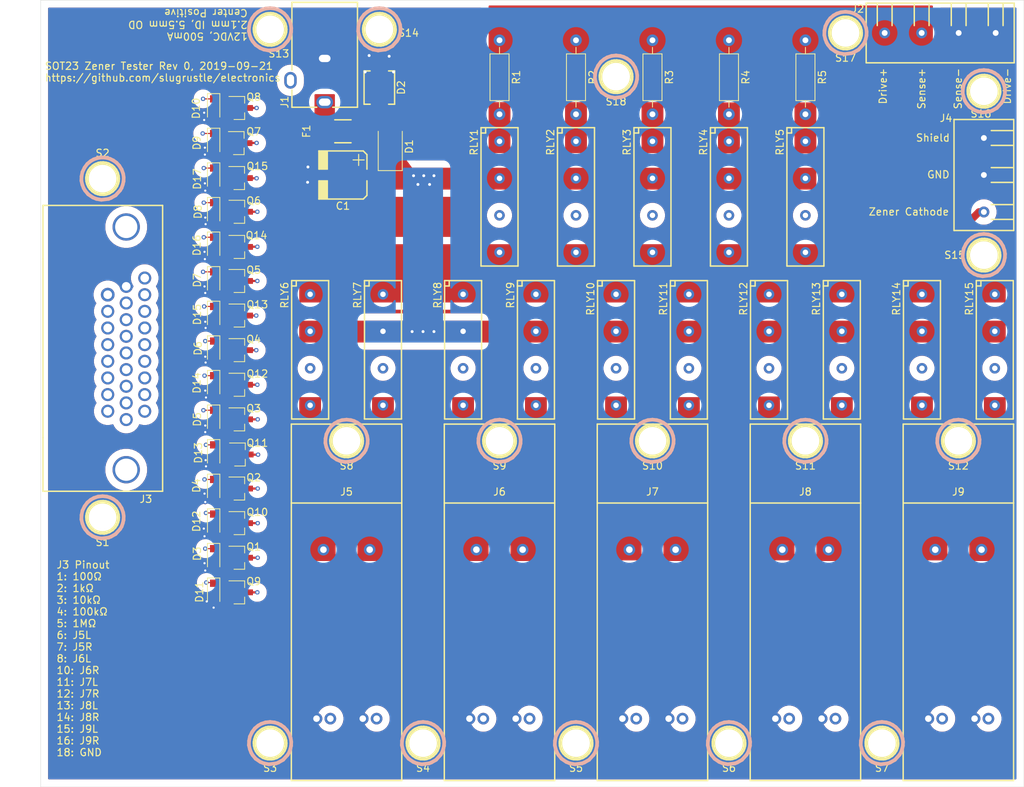
<source format=kicad_pcb>
(kicad_pcb (version 20171130) (host pcbnew "(5.1.2)-1")
  (title_block (title "SOT23 Zener Tester") (date 2019-09-21) (rev 0))
  (layers (0 F.Cu signal) (1 In1.Cu signal) (2 In2.Cu signal) (31 B.Cu signal) (34 B.Paste user hide) (35 F.Paste user hide) (36 B.SilkS user) (37 F.SilkS user) (38 B.Mask user) (39 F.Mask user) (44 Edge.Cuts user))
  (net 0 "")
  (net 1 /12V)
  (net 2 "Net-(D1-Pad2)")
  (net 3 GND)
  (net 4 /R100RLY)
  (net 5 /R1KRLY)
  (net 6 /R10KRLY)
  (net 7 /R100KRLY)
  (net 8 /R1MRLY)
  (net 9 /ZD1RLY)
  (net 10 /ZD2RLY)
  (net 11 /ZD3RLY)
  (net 12 /ZD4RLY)
  (net 13 /ZD5RLY)
  (net 14 /ZD6RLY)
  (net 15 /ZD7RLY)
  (net 16 /ZD8RLY)
  (net 17 /ZD9RLY)
  (net 18 /ZD10RLY)
  (net 19 "Net-(F1-Pad2)")
  (net 20 /VSWEEP)
  (net 21 /Z_Cathode)
  (net 22 "Net-(J5-Pad6)")
  (net 23 "Net-(J5-Pad3)")
  (net 24 "Net-(J6-Pad3)")
  (net 25 "Net-(J6-Pad6)")
  (net 26 "Net-(J7-Pad6)")
  (net 27 "Net-(J7-Pad3)")
  (net 28 "Net-(J8-Pad3)")
  (net 29 "Net-(J8-Pad6)")
  (net 30 "Net-(J9-Pad6)")
  (net 31 "Net-(J9-Pad3)")
  (net 32 "Net-(Q1-Pad3)")
  (net 33 "Net-(Q2-Pad3)")
  (net 34 "Net-(Q3-Pad3)")
  (net 35 "Net-(Q4-Pad3)")
  (net 36 "Net-(Q5-Pad3)")
  (net 37 "Net-(Q6-Pad3)")
  (net 38 "Net-(Q7-Pad3)")
  (net 39 "Net-(Q8-Pad3)")
  (net 40 "Net-(Q9-Pad3)")
  (net 41 "Net-(Q10-Pad3)")
  (net 42 "Net-(Q11-Pad3)")
  (net 43 "Net-(Q12-Pad3)")
  (net 44 "Net-(Q13-Pad3)")
  (net 45 "Net-(Q14-Pad3)")
  (net 46 "Net-(Q15-Pad3)")
  (net 47 "Net-(R1-Pad2)")
  (net 48 "Net-(R2-Pad2)")
  (net 49 "Net-(R3-Pad2)")
  (net 50 "Net-(R4-Pad2)")
  (net 51 "Net-(R5-Pad2)")
  (module SOT23ZenerTester:PJ-102AH (layer F.Cu) (at 121 47.5)
    (fp_text reference J1 (at -5.5 0 270) (layer F.SilkS))
    (fp_text value PJ-102AH)
    (pad 3 thru_hole oval (at -4.7 -3 90) (size 2.3 1.7) (drill oval 1.6 1) (layers *.Cu *.Mask))
    (pad 2 thru_hole oval (at 0 -6) (size 2.3 1.7) (drill oval 1.6 1) (layers *.Cu *.Mask) (net 3 GND))
    (pad 1 thru_hole oval (at 0 0) (size 2.3 1.7) (drill oval 1.6 1) (layers *.Cu *.Mask) (net 19 "Net-(F1-Pad2)"))
  )
  (module SOT23ZenerTester:L17HTHAS4F1C (layer F.Cu) (at 93.75 81.3 270)
    (fp_text reference J3 (at 20.7 -2.7 180) (layer F.SilkS))
    (fp_text value L17HTHAS4F1C)
    (pad ~ thru_hole circle (at 16.6624 0 270) (size 3.75 3.75) (drill 3.05) (layers *.Cu *.Mask))
    (pad ~ thru_hole circle (at -16.6624 0 270) (size 3.75 3.75) (drill 3.05) (layers *.Cu *.Mask))
    (pad 26 thru_hole circle (at -7.366 2.54 270) (size 1.89 1.89) (drill 1.19) (layers *.Cu *.Mask))
    (pad 25 thru_hole circle (at -5.08 2.54 270) (size 1.79 1.79) (drill 1.19) (layers *.Cu *.Mask))
    (pad 24 thru_hole circle (at -2.794 2.54 270) (size 1.79 1.79) (drill 1.19) (layers *.Cu *.Mask))
    (pad 23 thru_hole circle (at -0.508 2.54 270) (size 1.79 1.79) (drill 1.19) (layers *.Cu *.Mask))
    (pad 22 thru_hole circle (at 1.778 2.54 270) (size 1.79 1.79) (drill 1.19) (layers *.Cu *.Mask))
    (pad 21 thru_hole circle (at 4.064 2.54 270) (size 1.79 1.79) (drill 1.19) (layers *.Cu *.Mask))
    (pad 20 thru_hole circle (at 6.35 2.54 270) (size 1.79 1.79) (drill 1.19) (layers *.Cu *.Mask))
    (pad 19 thru_hole circle (at 8.636 2.54 270) (size 1.79 1.79) (drill 1.19) (layers *.Cu *.Mask))
    (pad 18 thru_hole circle (at -8.509 0 270) (size 1.79 1.79) (drill 1.19) (layers *.Cu *.Mask) (net 3 GND))
    (pad 17 thru_hole circle (at -6.223 0 270) (size 1.79 1.79) (drill 1.19) (layers *.Cu *.Mask))
    (pad 16 thru_hole circle (at -3.937 0 270) (size 1.79 1.79) (drill 1.19) (layers *.Cu *.Mask) (net 18 /ZD10RLY))
    (pad 15 thru_hole circle (at -1.651 0 270) (size 1.79 1.79) (drill 1.19) (layers *.Cu *.Mask) (net 17 /ZD9RLY))
    (pad 14 thru_hole circle (at 0.635 0 270) (size 1.79 1.79) (drill 1.19) (layers *.Cu *.Mask) (net 16 /ZD8RLY))
    (pad 13 thru_hole circle (at 2.921 0 270) (size 1.79 1.79) (drill 1.19) (layers *.Cu *.Mask) (net 15 /ZD7RLY))
    (pad 12 thru_hole circle (at 5.207 0 270) (size 1.79 1.79) (drill 1.19) (layers *.Cu *.Mask) (net 14 /ZD6RLY))
    (pad 11 thru_hole circle (at 7.493 0 270) (size 1.79 1.79) (drill 1.19) (layers *.Cu *.Mask) (net 13 /ZD5RLY))
    (pad 10 thru_hole circle (at 9.779 0 270) (size 1.79 1.79) (drill 1.19) (layers *.Cu *.Mask) (net 12 /ZD4RLY))
    (pad 9 thru_hole circle (at -9.652 -2.54 270) (size 1.79 1.79) (drill 1.19) (layers *.Cu *.Mask))
    (pad 8 thru_hole circle (at -7.366 -2.54 270) (size 1.79 1.79) (drill 1.19) (layers *.Cu *.Mask) (net 11 /ZD3RLY))
    (pad 7 thru_hole circle (at -5.08 -2.54 270) (size 1.79 1.79) (drill 1.19) (layers *.Cu *.Mask) (net 10 /ZD2RLY))
    (pad 6 thru_hole circle (at -2.794 -2.54 270) (size 1.79 1.79) (drill 1.19) (layers *.Cu *.Mask) (net 9 /ZD1RLY))
    (pad 5 thru_hole circle (at -0.508 -2.54 270) (size 1.79 1.79) (drill 1.19) (layers *.Cu *.Mask) (net 8 /R1MRLY))
    (pad 4 thru_hole circle (at 1.778 -2.54 270) (size 1.79 1.79) (drill 1.19) (layers *.Cu *.Mask) (net 7 /R100KRLY))
    (pad 3 thru_hole circle (at 4.064 -2.54 270) (size 1.79 1.79) (drill 1.19) (layers *.Cu *.Mask) (net 6 /R10KRLY))
    (pad 2 thru_hole circle (at 6.35 -2.54 270) (size 1.79 1.79) (drill 1.19) (layers *.Cu *.Mask) (net 5 /R1KRLY))
    (pad 1 thru_hole circle (at 8.636 -2.54 270) (size 1.79 1.79) (drill 1.19) (layers *.Cu *.Mask) (net 4 /R100RLY))
  )
  (module SOT23ZenerTester:D_SMA (layer F.Cu) (at 130 53.5 90)
    (fp_text reference D1 (at -0.1 2.6 90) (layer F.SilkS))
    (fp_text value NRVTSA4100E)
    (pad 1 smd rect (at -2 0 90) (size 2.5 1.8) (layers F.Cu F.Paste F.Mask) (net 1 /12V))
    (pad 2 smd rect (at 2 0 90) (size 2.5 1.8) (layers F.Cu F.Paste F.Mask) (net 2 "Net-(D1-Pad2)"))
  )
  (module SOT23ZenerTester:D_SMB_Bidir (layer F.Cu) (at 128.5 45.5 90)
    (fp_text reference D2 (at 0 3 90) (layer F.SilkS))
    (fp_text value SMBJ13CA)
    (pad 1 smd rect (at -2.15 0 90) (size 2.5 2.3) (layers F.Cu F.Paste F.Mask) (net 2 "Net-(D1-Pad2)"))
    (pad 2 smd rect (at 2.15 0 90) (size 2.5 2.3) (layers F.Cu F.Paste F.Mask) (net 3 GND))
  )
  (module SOT23ZenerTester:D_SOD-323_HandSoldering (layer F.Cu) (at 105.75 110.05 270)
    (fp_text reference D3 (at -0.55 2.25 270) (layer F.SilkS))
    (fp_text value PESD5V0L1UA)
    (pad 1 smd rect (at -1.25 0 270) (size 1 1) (layers F.Cu F.Paste F.Mask) (net 4 /R100RLY))
    (pad 2 smd rect (at 1.25 0 270) (size 1 1) (layers F.Cu F.Paste F.Mask) (net 3 GND))
  )
  (module SOT23ZenerTester:D_SOD-323_HandSoldering (layer F.Cu) (at 105.75 100.55 270)
    (fp_text reference D4 (at -0.4 2.35 270) (layer F.SilkS))
    (fp_text value PESD5V0L1UA)
    (pad 1 smd rect (at -1.25 0 270) (size 1 1) (layers F.Cu F.Paste F.Mask) (net 5 /R1KRLY))
    (pad 2 smd rect (at 1.25 0 270) (size 1 1) (layers F.Cu F.Paste F.Mask) (net 3 GND))
  )
  (module SOT23ZenerTester:D_SOD-323_HandSoldering (layer F.Cu) (at 105.75 91.05 270)
    (fp_text reference D5 (at 0 2.25 270) (layer F.SilkS))
    (fp_text value PESD5V0L1UA)
    (pad 2 smd rect (at 1.25 0 270) (size 1 1) (layers F.Cu F.Paste F.Mask) (net 3 GND))
    (pad 1 smd rect (at -1.25 0 270) (size 1 1) (layers F.Cu F.Paste F.Mask) (net 6 /R10KRLY))
  )
  (module SOT23ZenerTester:D_SOD-323_HandSoldering (layer F.Cu) (at 105.75 81.55 270)
    (fp_text reference D6 (at -0.25 2.15 270) (layer F.SilkS))
    (fp_text value PESD5V0L1UA)
    (pad 1 smd rect (at -1.25 0 270) (size 1 1) (layers F.Cu F.Paste F.Mask) (net 7 /R100KRLY))
    (pad 2 smd rect (at 1.25 0 270) (size 1 1) (layers F.Cu F.Paste F.Mask) (net 3 GND))
  )
  (module SOT23ZenerTester:D_SOD-323_HandSoldering (layer F.Cu) (at 105.75 72.05 270)
    (fp_text reference D7 (at -0.1 2.25 90) (layer F.SilkS))
    (fp_text value PESD5V0L1UA)
    (pad 2 smd rect (at 1.25 0 270) (size 1 1) (layers F.Cu F.Paste F.Mask) (net 3 GND))
    (pad 1 smd rect (at -1.25 0 270) (size 1 1) (layers F.Cu F.Paste F.Mask) (net 8 /R1MRLY))
  )
  (module SOT23ZenerTester:D_SOD-323_HandSoldering (layer F.Cu) (at 105.75 62.55 270)
    (fp_text reference D8 (at 0 2.15 90) (layer F.SilkS))
    (fp_text value PESD5V0L1UA)
    (pad 2 smd rect (at 1.25 0 270) (size 1 1) (layers F.Cu F.Paste F.Mask) (net 3 GND))
    (pad 1 smd rect (at -1.25 0 270) (size 1 1) (layers F.Cu F.Paste F.Mask) (net 9 /ZD1RLY))
  )
  (module SOT23ZenerTester:D_SOD-323_HandSoldering (layer F.Cu) (at 105.75 53.05 270)
    (fp_text reference D9 (at 0.05 2.3 90) (layer F.SilkS))
    (fp_text value PESD5V0L1UA)
    (pad 2 smd rect (at 1.25 0 270) (size 1 1) (layers F.Cu F.Paste F.Mask) (net 3 GND))
    (pad 1 smd rect (at -1.25 0 270) (size 1 1) (layers F.Cu F.Paste F.Mask) (net 10 /ZD2RLY))
  )
  (module SOT23ZenerTester:D_SOD-323_HandSoldering (layer F.Cu) (at 105.75 48.3 270)
    (fp_text reference D10 (at 0.05 2.4 90) (layer F.SilkS))
    (fp_text value PESD5V0L1UA)
    (pad 1 smd rect (at -1.25 0 270) (size 1 1) (layers F.Cu F.Paste F.Mask) (net 11 /ZD3RLY))
    (pad 2 smd rect (at 1.25 0 270) (size 1 1) (layers F.Cu F.Paste F.Mask) (net 3 GND))
  )
  (module SOT23ZenerTester:D_SOD-323_HandSoldering (layer F.Cu) (at 105.75 114.8 270)
    (fp_text reference D11 (at -0.05 1.95 270) (layer F.SilkS))
    (fp_text value PESD5V0L1UA)
    (pad 1 smd rect (at -1.25 0 270) (size 1 1) (layers F.Cu F.Paste F.Mask) (net 12 /ZD4RLY))
    (pad 2 smd rect (at 1.25 0 270) (size 1 1) (layers F.Cu F.Paste F.Mask) (net 3 GND))
  )
  (module SOT23ZenerTester:D_SOD-323_HandSoldering (layer F.Cu) (at 105.75 105.3 270)
    (fp_text reference D12 (at -0.25 2.35 270) (layer F.SilkS))
    (fp_text value PESD5V0L1UA)
    (pad 2 smd rect (at 1.25 0 270) (size 1 1) (layers F.Cu F.Paste F.Mask) (net 3 GND))
    (pad 1 smd rect (at -1.25 0 270) (size 1 1) (layers F.Cu F.Paste F.Mask) (net 13 /ZD5RLY))
  )
  (module SOT23ZenerTester:D_SOD-323_HandSoldering (layer F.Cu) (at 105.75 95.8 270)
    (fp_text reference D13 (at -0.15 2.1 270) (layer F.SilkS))
    (fp_text value PESD5V0L1UA)
    (pad 1 smd rect (at -1.25 0 270) (size 1 1) (layers F.Cu F.Paste F.Mask) (net 14 /ZD6RLY))
    (pad 2 smd rect (at 1.25 0 270) (size 1 1) (layers F.Cu F.Paste F.Mask) (net 3 GND))
  )
  (module SOT23ZenerTester:D_SOD-323_HandSoldering (layer F.Cu) (at 105.75 86.3 270)
    (fp_text reference D14 (at -0.25 2.3 270) (layer F.SilkS))
    (fp_text value PESD5V0L1UA)
    (pad 2 smd rect (at 1.25 0 270) (size 1 1) (layers F.Cu F.Paste F.Mask) (net 3 GND))
    (pad 1 smd rect (at -1.25 0 270) (size 1 1) (layers F.Cu F.Paste F.Mask) (net 15 /ZD7RLY))
  )
  (module SOT23ZenerTester:D_SOD-323_HandSoldering (layer F.Cu) (at 105.75 76.8 270)
    (fp_text reference D15 (at -0.15 2.25 90) (layer F.SilkS))
    (fp_text value PESD5V0L1UA)
    (pad 1 smd rect (at -1.25 0 270) (size 1 1) (layers F.Cu F.Paste F.Mask) (net 16 /ZD8RLY))
    (pad 2 smd rect (at 1.25 0 270) (size 1 1) (layers F.Cu F.Paste F.Mask) (net 3 GND))
  )
  (module SOT23ZenerTester:D_SOD-323_HandSoldering (layer F.Cu) (at 105.75 67.3 270)
    (fp_text reference D16 (at -0.15 2.3 90) (layer F.SilkS))
    (fp_text value PESD5V0L1UA)
    (pad 2 smd rect (at 1.25 0 270) (size 1 1) (layers F.Cu F.Paste F.Mask) (net 3 GND))
    (pad 1 smd rect (at -1.25 0 270) (size 1 1) (layers F.Cu F.Paste F.Mask) (net 17 /ZD9RLY))
  )
  (module SOT23ZenerTester:D_SOD-323_HandSoldering (layer F.Cu) (at 105.75 57.8 270)
    (fp_text reference D17 (at 0.25 2.25 90) (layer F.SilkS))
    (fp_text value PESD5V0L1UA)
    (pad 1 smd rect (at -1.25 0 270) (size 1 1) (layers F.Cu F.Paste F.Mask) (net 18 /ZD10RLY))
    (pad 2 smd rect (at 1.25 0 270) (size 1 1) (layers F.Cu F.Paste F.Mask) (net 3 GND))
  )
  (module SOT23ZenerTester:Fuse_2410 (layer F.Cu) (at 123.5 51.5 180)
    (fp_text reference F1 (at 5 0 270) (layer F.SilkS))
    (fp_text value 0679L0375-05)
    (pad 1 smd rect (at -2.5 0 180) (size 2.45 3.15) (layers F.Cu F.Paste F.Mask) (net 2 "Net-(D1-Pad2)"))
    (pad 2 smd rect (at 2.5 0 180) (size 2.45 3.15) (layers F.Cu F.Paste F.Mask) (net 19 "Net-(F1-Pad2)"))
  )
  (module SOT23ZenerTester:282837-4 (layer F.Cu) (at 205.5 38 180)
    (fp_text reference J2 (at 11.3 3.3) (layer F.SilkS))
    (fp_text value 282837-4)
    (pad 1 thru_hole circle (at -7.62 0 180) (size 1.5 1.5) (drill 0.8) (layers *.Cu *.Mask) (net 3 GND))
    (pad 2 thru_hole circle (at -2.54 0 180) (size 1.5 1.5) (drill 0.8) (layers *.Cu *.Mask) (net 3 GND))
    (pad 3 thru_hole circle (at 2.54 0 180) (size 1.5 1.5) (drill 0.8) (layers *.Cu *.Mask) (net 20 /VSWEEP))
    (pad 4 thru_hole circle (at 7.62 0 180) (size 1.5 1.5) (drill 0.8) (layers *.Cu *.Mask) (net 20 /VSWEEP))
  )
  (module SOT23ZenerTester:282837-3 (layer F.Cu) (at 211.5 57.5 90)
    (fp_text reference J4 (at 7.8 -5.2 180) (layer F.SilkS))
    (fp_text value 282837-3)
    (pad 1 thru_hole circle (at -5.08 0 90) (size 1.5 1.5) (drill 0.8) (layers *.Cu *.Mask) (net 21 /Z_Cathode))
    (pad 2 thru_hole circle (at 0 0 90) (size 1.5 1.5) (drill 0.8) (layers *.Cu *.Mask) (net 3 GND))
    (pad 3 thru_hole circle (at 5.08 0 90) (size 1.5 1.5) (drill 0.8) (layers *.Cu *.Mask) (net 3 GND))
  )
  (module SOT23ZenerTester:CSD_Technology_Dual_SOT23_ZIF (layer F.Cu) (at 124 102.540001)
    (fp_text reference J5 (at 0 -1.540001 180) (layer F.SilkS))
    (fp_text value CSD_Dual_SOT23)
    (pad 6 thru_hole circle (at 3.175 6.4) (size 1.6 1.6) (drill 0.9) (layers *.Cu *.Mask) (net 22 "Net-(J5-Pad6)"))
    (pad 5 thru_hole circle (at 4.125 29.6) (size 1.6 1.6) (drill 0.9) (layers *.Cu *.Mask))
    (pad 4 thru_hole circle (at 2.225 29.6) (size 1.6 1.6) (drill 0.9) (layers *.Cu *.Mask) (net 3 GND))
    (pad 3 thru_hole circle (at -3.175 6.4) (size 1.6 1.6) (drill 0.9) (layers *.Cu *.Mask) (net 23 "Net-(J5-Pad3)"))
    (pad 2 thru_hole circle (at -2.225 29.6) (size 1.6 1.6) (drill 0.9) (layers *.Cu *.Mask))
    (pad 1 thru_hole circle (at -4.125 29.6) (size 1.6 1.6) (drill 0.9) (layers *.Cu *.Mask) (net 3 GND))
  )
  (module SOT23ZenerTester:CSD_Technology_Dual_SOT23_ZIF (layer F.Cu) (at 145 102.540001)
    (fp_text reference J6 (at 0 -1.540001 180) (layer F.SilkS))
    (fp_text value CSD_Dual_SOT23)
    (pad 1 thru_hole circle (at -4.125 29.6) (size 1.6 1.6) (drill 0.9) (layers *.Cu *.Mask) (net 3 GND))
    (pad 2 thru_hole circle (at -2.225 29.6) (size 1.6 1.6) (drill 0.9) (layers *.Cu *.Mask))
    (pad 3 thru_hole circle (at -3.175 6.4) (size 1.6 1.6) (drill 0.9) (layers *.Cu *.Mask) (net 24 "Net-(J6-Pad3)"))
    (pad 4 thru_hole circle (at 2.225 29.6) (size 1.6 1.6) (drill 0.9) (layers *.Cu *.Mask) (net 3 GND))
    (pad 5 thru_hole circle (at 4.125 29.6) (size 1.6 1.6) (drill 0.9) (layers *.Cu *.Mask))
    (pad 6 thru_hole circle (at 3.175 6.4) (size 1.6 1.6) (drill 0.9) (layers *.Cu *.Mask) (net 25 "Net-(J6-Pad6)"))
  )
  (module SOT23ZenerTester:CSD_Technology_Dual_SOT23_ZIF (layer F.Cu) (at 166 102.540001)
    (fp_text reference J7 (at 0 -1.540001 180) (layer F.SilkS))
    (fp_text value CSD_Dual_SOT23)
    (pad 6 thru_hole circle (at 3.175 6.4) (size 1.6 1.6) (drill 0.9) (layers *.Cu *.Mask) (net 26 "Net-(J7-Pad6)"))
    (pad 5 thru_hole circle (at 4.125 29.6) (size 1.6 1.6) (drill 0.9) (layers *.Cu *.Mask))
    (pad 4 thru_hole circle (at 2.225 29.6) (size 1.6 1.6) (drill 0.9) (layers *.Cu *.Mask) (net 3 GND))
    (pad 3 thru_hole circle (at -3.175 6.4) (size 1.6 1.6) (drill 0.9) (layers *.Cu *.Mask) (net 27 "Net-(J7-Pad3)"))
    (pad 2 thru_hole circle (at -2.225 29.6) (size 1.6 1.6) (drill 0.9) (layers *.Cu *.Mask))
    (pad 1 thru_hole circle (at -4.125 29.6) (size 1.6 1.6) (drill 0.9) (layers *.Cu *.Mask) (net 3 GND))
  )
  (module SOT23ZenerTester:CSD_Technology_Dual_SOT23_ZIF (layer F.Cu) (at 187 102.540001)
    (fp_text reference J8 (at 0 -1.540001 180) (layer F.SilkS))
    (fp_text value CSD_Dual_SOT23)
    (pad 1 thru_hole circle (at -4.125 29.6) (size 1.6 1.6) (drill 0.9) (layers *.Cu *.Mask) (net 3 GND))
    (pad 2 thru_hole circle (at -2.225 29.6) (size 1.6 1.6) (drill 0.9) (layers *.Cu *.Mask))
    (pad 3 thru_hole circle (at -3.175 6.4) (size 1.6 1.6) (drill 0.9) (layers *.Cu *.Mask) (net 28 "Net-(J8-Pad3)"))
    (pad 4 thru_hole circle (at 2.225 29.6) (size 1.6 1.6) (drill 0.9) (layers *.Cu *.Mask) (net 3 GND))
    (pad 5 thru_hole circle (at 4.125 29.6) (size 1.6 1.6) (drill 0.9) (layers *.Cu *.Mask))
    (pad 6 thru_hole circle (at 3.175 6.4) (size 1.6 1.6) (drill 0.9) (layers *.Cu *.Mask) (net 29 "Net-(J8-Pad6)"))
  )
  (module SOT23ZenerTester:CSD_Technology_Dual_SOT23_ZIF (layer F.Cu) (at 208 102.540001)
    (fp_text reference J9 (at 0 -1.540001 180) (layer F.SilkS))
    (fp_text value CSD_Dual_SOT23)
    (pad 6 thru_hole circle (at 3.175 6.4) (size 1.6 1.6) (drill 0.9) (layers *.Cu *.Mask) (net 30 "Net-(J9-Pad6)"))
    (pad 5 thru_hole circle (at 4.125 29.6) (size 1.6 1.6) (drill 0.9) (layers *.Cu *.Mask))
    (pad 4 thru_hole circle (at 2.225 29.6) (size 1.6 1.6) (drill 0.9) (layers *.Cu *.Mask) (net 3 GND))
    (pad 3 thru_hole circle (at -3.175 6.4) (size 1.6 1.6) (drill 0.9) (layers *.Cu *.Mask) (net 31 "Net-(J9-Pad3)"))
    (pad 2 thru_hole circle (at -2.225 29.6) (size 1.6 1.6) (drill 0.9) (layers *.Cu *.Mask))
    (pad 1 thru_hole circle (at -4.125 29.6) (size 1.6 1.6) (drill 0.9) (layers *.Cu *.Mask) (net 3 GND))
  )
  (module SOT23ZenerTester:SOT-23 (layer F.Cu) (at 109.25 110.05)
    (fp_text reference Q1 (at 2 -1.5) (layer F.SilkS))
    (fp_text value PDTC123JT)
    (pad 1 smd rect (at -1.25 -0.95) (size 1.3 0.8) (layers F.Cu F.Paste F.Mask) (net 4 /R100RLY))
    (pad 2 smd rect (at -1.25 0.95) (size 1.3 0.8) (layers F.Cu F.Paste F.Mask) (net 3 GND))
    (pad 3 smd rect (at 1.25 0) (size 1.3 0.8) (layers F.Cu F.Paste F.Mask) (net 32 "Net-(Q1-Pad3)"))
  )
  (module SOT23ZenerTester:SOT-23 (layer F.Cu) (at 109.25 100.55)
    (fp_text reference Q2 (at 2 -1.5) (layer F.SilkS))
    (fp_text value PDTC123JT)
    (pad 3 smd rect (at 1.25 0) (size 1.3 0.8) (layers F.Cu F.Paste F.Mask) (net 33 "Net-(Q2-Pad3)"))
    (pad 2 smd rect (at -1.25 0.95) (size 1.3 0.8) (layers F.Cu F.Paste F.Mask) (net 3 GND))
    (pad 1 smd rect (at -1.25 -0.95) (size 1.3 0.8) (layers F.Cu F.Paste F.Mask) (net 5 /R1KRLY))
  )
  (module SOT23ZenerTester:SOT-23 (layer F.Cu) (at 109.25 91.05)
    (fp_text reference Q3 (at 2 -1.5) (layer F.SilkS))
    (fp_text value PDTC123JT)
    (pad 3 smd rect (at 1.25 0) (size 1.3 0.8) (layers F.Cu F.Paste F.Mask) (net 34 "Net-(Q3-Pad3)"))
    (pad 2 smd rect (at -1.25 0.95) (size 1.3 0.8) (layers F.Cu F.Paste F.Mask) (net 3 GND))
    (pad 1 smd rect (at -1.25 -0.95) (size 1.3 0.8) (layers F.Cu F.Paste F.Mask) (net 6 /R10KRLY))
  )
  (module SOT23ZenerTester:SOT-23 (layer F.Cu) (at 109.25 81.55)
    (fp_text reference Q4 (at 2 -1.5) (layer F.SilkS))
    (fp_text value PDTC123JT)
    (pad 3 smd rect (at 1.25 0) (size 1.3 0.8) (layers F.Cu F.Paste F.Mask) (net 35 "Net-(Q4-Pad3)"))
    (pad 2 smd rect (at -1.25 0.95) (size 1.3 0.8) (layers F.Cu F.Paste F.Mask) (net 3 GND))
    (pad 1 smd rect (at -1.25 -0.95) (size 1.3 0.8) (layers F.Cu F.Paste F.Mask) (net 7 /R100KRLY))
  )
  (module SOT23ZenerTester:SOT-23 (layer F.Cu) (at 109.25 72.05)
    (fp_text reference Q5 (at 2 -1.5) (layer F.SilkS))
    (fp_text value PDTC123JT)
    (pad 3 smd rect (at 1.25 0) (size 1.3 0.8) (layers F.Cu F.Paste F.Mask) (net 36 "Net-(Q5-Pad3)"))
    (pad 2 smd rect (at -1.25 0.95) (size 1.3 0.8) (layers F.Cu F.Paste F.Mask) (net 3 GND))
    (pad 1 smd rect (at -1.25 -0.95) (size 1.3 0.8) (layers F.Cu F.Paste F.Mask) (net 8 /R1MRLY))
  )
  (module SOT23ZenerTester:SOT-23 (layer F.Cu) (at 109.25 62.55)
    (fp_text reference Q6 (at 2 -1.5) (layer F.SilkS))
    (fp_text value PDTC123JT)
    (pad 1 smd rect (at -1.25 -0.95) (size 1.3 0.8) (layers F.Cu F.Paste F.Mask) (net 9 /ZD1RLY))
    (pad 2 smd rect (at -1.25 0.95) (size 1.3 0.8) (layers F.Cu F.Paste F.Mask) (net 3 GND))
    (pad 3 smd rect (at 1.25 0) (size 1.3 0.8) (layers F.Cu F.Paste F.Mask) (net 37 "Net-(Q6-Pad3)"))
  )
  (module SOT23ZenerTester:SOT-23 (layer F.Cu) (at 109.175001 53.125001)
    (fp_text reference Q7 (at 2.074999 -1.575001) (layer F.SilkS))
    (fp_text value PDTC123JT)
    (pad 3 smd rect (at 1.25 0) (size 1.3 0.8) (layers F.Cu F.Paste F.Mask) (net 38 "Net-(Q7-Pad3)"))
    (pad 2 smd rect (at -1.25 0.95) (size 1.3 0.8) (layers F.Cu F.Paste F.Mask) (net 3 GND))
    (pad 1 smd rect (at -1.25 -0.95) (size 1.3 0.8) (layers F.Cu F.Paste F.Mask) (net 10 /ZD2RLY))
  )
  (module SOT23ZenerTester:SOT-23 (layer F.Cu) (at 109.25 48.3)
    (fp_text reference Q8 (at 2 -1.5) (layer F.SilkS))
    (fp_text value PDTC123JT)
    (pad 3 smd rect (at 1.25 0) (size 1.3 0.8) (layers F.Cu F.Paste F.Mask) (net 39 "Net-(Q8-Pad3)"))
    (pad 2 smd rect (at -1.25 0.95) (size 1.3 0.8) (layers F.Cu F.Paste F.Mask) (net 3 GND))
    (pad 1 smd rect (at -1.25 -0.95) (size 1.3 0.8) (layers F.Cu F.Paste F.Mask) (net 11 /ZD3RLY))
  )
  (module SOT23ZenerTester:SOT-23 (layer F.Cu) (at 109.25 114.8)
    (fp_text reference Q9 (at 2 -1.5) (layer F.SilkS))
    (fp_text value PDTC123JT)
    (pad 1 smd rect (at -1.25 -0.95) (size 1.3 0.8) (layers F.Cu F.Paste F.Mask) (net 12 /ZD4RLY))
    (pad 2 smd rect (at -1.25 0.95) (size 1.3 0.8) (layers F.Cu F.Paste F.Mask) (net 3 GND))
    (pad 3 smd rect (at 1.25 0) (size 1.3 0.8) (layers F.Cu F.Paste F.Mask) (net 40 "Net-(Q9-Pad3)"))
  )
  (module SOT23ZenerTester:SOT-23 (layer F.Cu) (at 109.25 105.3)
    (fp_text reference Q10 (at 2.5 -1.5) (layer F.SilkS))
    (fp_text value PDTC123JT)
    (pad 1 smd rect (at -1.25 -0.95) (size 1.3 0.8) (layers F.Cu F.Paste F.Mask) (net 13 /ZD5RLY))
    (pad 2 smd rect (at -1.25 0.95) (size 1.3 0.8) (layers F.Cu F.Paste F.Mask) (net 3 GND))
    (pad 3 smd rect (at 1.25 0) (size 1.3 0.8) (layers F.Cu F.Paste F.Mask) (net 41 "Net-(Q10-Pad3)"))
  )
  (module SOT23ZenerTester:SOT-23 (layer F.Cu) (at 109.335001 95.875001)
    (fp_text reference Q11 (at 2.414999 -1.575001) (layer F.SilkS))
    (fp_text value PDTC123JT)
    (pad 1 smd rect (at -1.25 -0.95) (size 1.3 0.8) (layers F.Cu F.Paste F.Mask) (net 14 /ZD6RLY))
    (pad 2 smd rect (at -1.25 0.95) (size 1.3 0.8) (layers F.Cu F.Paste F.Mask) (net 3 GND))
    (pad 3 smd rect (at 1.25 0) (size 1.3 0.8) (layers F.Cu F.Paste F.Mask) (net 42 "Net-(Q11-Pad3)"))
  )
  (module SOT23ZenerTester:SOT-23 (layer F.Cu) (at 109.25 86.3)
    (fp_text reference Q12 (at 2.5 -1.5) (layer F.SilkS))
    (fp_text value PDTC123JT)
    (pad 3 smd rect (at 1.25 0) (size 1.3 0.8) (layers F.Cu F.Paste F.Mask) (net 43 "Net-(Q12-Pad3)"))
    (pad 2 smd rect (at -1.25 0.95) (size 1.3 0.8) (layers F.Cu F.Paste F.Mask) (net 3 GND))
    (pad 1 smd rect (at -1.25 -0.95) (size 1.3 0.8) (layers F.Cu F.Paste F.Mask) (net 15 /ZD7RLY))
  )
  (module SOT23ZenerTester:SOT-23 (layer F.Cu) (at 109.25 76.8)
    (fp_text reference Q13 (at 2.5 -1.5) (layer F.SilkS))
    (fp_text value PDTC123JT)
    (pad 1 smd rect (at -1.25 -0.95) (size 1.3 0.8) (layers F.Cu F.Paste F.Mask) (net 16 /ZD8RLY))
    (pad 2 smd rect (at -1.25 0.95) (size 1.3 0.8) (layers F.Cu F.Paste F.Mask) (net 3 GND))
    (pad 3 smd rect (at 1.25 0) (size 1.3 0.8) (layers F.Cu F.Paste F.Mask) (net 44 "Net-(Q13-Pad3)"))
  )
  (module SOT23ZenerTester:SOT-23 (layer F.Cu) (at 109.25 67.375001)
    (fp_text reference Q14 (at 2.384999 -1.575001) (layer F.SilkS))
    (fp_text value PDTC123JT)
    (pad 1 smd rect (at -1.25 -0.95) (size 1.3 0.8) (layers F.Cu F.Paste F.Mask) (net 17 /ZD9RLY))
    (pad 2 smd rect (at -1.25 0.95) (size 1.3 0.8) (layers F.Cu F.Paste F.Mask) (net 3 GND))
    (pad 3 smd rect (at 1.25 0) (size 1.3 0.8) (layers F.Cu F.Paste F.Mask) (net 45 "Net-(Q14-Pad3)"))
  )
  (module SOT23ZenerTester:SOT-23 (layer F.Cu) (at 109.235001 57.925001)
    (fp_text reference Q15 (at 2.514999 -1.625001) (layer F.SilkS))
    (fp_text value PDTC123JT)
    (pad 1 smd rect (at -1.25 -0.95) (size 1.3 0.8) (layers F.Cu F.Paste F.Mask) (net 18 /ZD10RLY))
    (pad 2 smd rect (at -1.25 0.95) (size 1.3 0.8) (layers F.Cu F.Paste F.Mask) (net 3 GND))
    (pad 3 smd rect (at 1.25 0) (size 1.3 0.8) (layers F.Cu F.Paste F.Mask) (net 46 "Net-(Q15-Pad3)"))
  )
  (module SOT23ZenerTester:R_Axial_DIN0207_L6.3mm_D2.5mm_P10.16mm_Horizontal (layer F.Cu) (at 145 39 270)
    (fp_text reference R1 (at 5.08 -2.31 90) (layer F.SilkS))
    (fp_text value 100)
    (pad 2 thru_hole oval (at 10.16 0 270) (size 1.6 1.6) (drill 0.8) (layers *.Cu *.Mask) (net 47 "Net-(R1-Pad2)"))
    (pad 1 thru_hole circle (at 0 0 270) (size 1.6 1.6) (drill 0.8) (layers *.Cu *.Mask) (net 20 /VSWEEP))
  )
  (module SOT23ZenerTester:R_Axial_DIN0207_L6.3mm_D2.5mm_P10.16mm_Horizontal (layer F.Cu) (at 155.5 39 270)
    (fp_text reference R2 (at 5.08 -2.31 90) (layer F.SilkS))
    (fp_text value 1k)
    (pad 1 thru_hole circle (at 0 0 270) (size 1.6 1.6) (drill 0.8) (layers *.Cu *.Mask) (net 20 /VSWEEP))
    (pad 2 thru_hole oval (at 10.16 0 270) (size 1.6 1.6) (drill 0.8) (layers *.Cu *.Mask) (net 48 "Net-(R2-Pad2)"))
  )
  (module SOT23ZenerTester:R_Axial_DIN0207_L6.3mm_D2.5mm_P10.16mm_Horizontal (layer F.Cu) (at 166 39 270)
    (fp_text reference R3 (at 5.08 -2.31 90) (layer F.SilkS))
    (fp_text value 10k)
    (pad 2 thru_hole oval (at 10.16 0 270) (size 1.6 1.6) (drill 0.8) (layers *.Cu *.Mask) (net 49 "Net-(R3-Pad2)"))
    (pad 1 thru_hole circle (at 0 0 270) (size 1.6 1.6) (drill 0.8) (layers *.Cu *.Mask) (net 20 /VSWEEP))
  )
  (module SOT23ZenerTester:R_Axial_DIN0207_L6.3mm_D2.5mm_P10.16mm_Horizontal (layer F.Cu) (at 176.5 39 270)
    (fp_text reference R4 (at 5.08 -2.31 90) (layer F.SilkS))
    (fp_text value 100k)
    (pad 1 thru_hole circle (at 0 0 270) (size 1.6 1.6) (drill 0.8) (layers *.Cu *.Mask) (net 20 /VSWEEP))
    (pad 2 thru_hole oval (at 10.16 0 270) (size 1.6 1.6) (drill 0.8) (layers *.Cu *.Mask) (net 50 "Net-(R4-Pad2)"))
  )
  (module SOT23ZenerTester:R_Axial_DIN0207_L6.3mm_D2.5mm_P10.16mm_Horizontal (layer F.Cu) (at 187 39 270)
    (fp_text reference R5 (at 5.08 -2.31 90) (layer F.SilkS))
    (fp_text value 1M)
    (pad 1 thru_hole circle (at 0 0 270) (size 1.6 1.6) (drill 0.8) (layers *.Cu *.Mask) (net 20 /VSWEEP))
    (pad 2 thru_hole oval (at 10.16 0 270) (size 1.6 1.6) (drill 0.8) (layers *.Cu *.Mask) (net 51 "Net-(R5-Pad2)"))
  )
  (module SOT23ZenerTester:3570-1331-123 (layer F.Cu) (at 145 60.5)
    (fp_text reference RLY1 (at -3.5 -7.5 90) (layer F.SilkS))
    (fp_text value 3570-1331-123)
    (pad 4 thru_hole circle (at 0 7.62) (size 1.45 1.45) (drill 0.75) (layers *.Cu *.Mask) (net 21 /Z_Cathode))
    (pad 3 thru_hole circle (at 0 2.54) (size 1.45 1.45) (drill 0.75) (layers *.Cu *.Mask) (net 32 "Net-(Q1-Pad3)"))
    (pad 2 thru_hole circle (at 0 -2.54) (size 1.45 1.45) (drill 0.75) (layers *.Cu *.Mask) (net 1 /12V))
    (pad 1 thru_hole circle (at 0 -7.62) (size 1.45 1.45) (drill 0.75) (layers *.Cu *.Mask) (net 47 "Net-(R1-Pad2)"))
  )
  (module SOT23ZenerTester:3570-1331-123 (layer F.Cu) (at 155.5 60.5)
    (fp_text reference RLY2 (at -3.5 -7.5 90) (layer F.SilkS))
    (fp_text value 3570-1331-123)
    (pad 4 thru_hole circle (at 0 7.62) (size 1.45 1.45) (drill 0.75) (layers *.Cu *.Mask) (net 21 /Z_Cathode))
    (pad 3 thru_hole circle (at 0 2.54) (size 1.45 1.45) (drill 0.75) (layers *.Cu *.Mask) (net 33 "Net-(Q2-Pad3)"))
    (pad 2 thru_hole circle (at 0 -2.54) (size 1.45 1.45) (drill 0.75) (layers *.Cu *.Mask) (net 1 /12V))
    (pad 1 thru_hole circle (at 0 -7.62) (size 1.45 1.45) (drill 0.75) (layers *.Cu *.Mask) (net 48 "Net-(R2-Pad2)"))
  )
  (module SOT23ZenerTester:3570-1331-123 (layer F.Cu) (at 166 60.5)
    (fp_text reference RLY3 (at -3.5 -7.5 90) (layer F.SilkS))
    (fp_text value 3570-1331-123)
    (pad 1 thru_hole circle (at 0 -7.62) (size 1.45 1.45) (drill 0.75) (layers *.Cu *.Mask) (net 49 "Net-(R3-Pad2)"))
    (pad 2 thru_hole circle (at 0 -2.54) (size 1.45 1.45) (drill 0.75) (layers *.Cu *.Mask) (net 1 /12V))
    (pad 3 thru_hole circle (at 0 2.54) (size 1.45 1.45) (drill 0.75) (layers *.Cu *.Mask) (net 34 "Net-(Q3-Pad3)"))
    (pad 4 thru_hole circle (at 0 7.62) (size 1.45 1.45) (drill 0.75) (layers *.Cu *.Mask) (net 21 /Z_Cathode))
  )
  (module SOT23ZenerTester:3570-1331-123 (layer F.Cu) (at 176.5 60.5)
    (fp_text reference RLY4 (at -3.5 -7.5 90) (layer F.SilkS))
    (fp_text value 3570-1331-123)
    (pad 4 thru_hole circle (at 0 7.62) (size 1.45 1.45) (drill 0.75) (layers *.Cu *.Mask) (net 21 /Z_Cathode))
    (pad 3 thru_hole circle (at 0 2.54) (size 1.45 1.45) (drill 0.75) (layers *.Cu *.Mask) (net 35 "Net-(Q4-Pad3)"))
    (pad 2 thru_hole circle (at 0 -2.54) (size 1.45 1.45) (drill 0.75) (layers *.Cu *.Mask) (net 1 /12V))
    (pad 1 thru_hole circle (at 0 -7.62) (size 1.45 1.45) (drill 0.75) (layers *.Cu *.Mask) (net 50 "Net-(R4-Pad2)"))
  )
  (module SOT23ZenerTester:3570-1331-123 (layer F.Cu) (at 187 60.5)
    (fp_text reference RLY5 (at -3.5 -7.5 90) (layer F.SilkS))
    (fp_text value 3570-1331-123)
    (pad 1 thru_hole circle (at 0 -7.62) (size 1.45 1.45) (drill 0.75) (layers *.Cu *.Mask) (net 51 "Net-(R5-Pad2)"))
    (pad 2 thru_hole circle (at 0 -2.54) (size 1.45 1.45) (drill 0.75) (layers *.Cu *.Mask) (net 1 /12V))
    (pad 3 thru_hole circle (at 0 2.54) (size 1.45 1.45) (drill 0.75) (layers *.Cu *.Mask) (net 36 "Net-(Q5-Pad3)"))
    (pad 4 thru_hole circle (at 0 7.62) (size 1.45 1.45) (drill 0.75) (layers *.Cu *.Mask) (net 21 /Z_Cathode))
  )
  (module SOT23ZenerTester:3570-1331-123 (layer F.Cu) (at 119 81.5)
    (fp_text reference RLY6 (at -3.5 -7.5 90) (layer F.SilkS))
    (fp_text value 3570-1331-123)
    (pad 1 thru_hole circle (at 0 -7.62) (size 1.45 1.45) (drill 0.75) (layers *.Cu *.Mask) (net 21 /Z_Cathode))
    (pad 2 thru_hole circle (at 0 -2.54) (size 1.45 1.45) (drill 0.75) (layers *.Cu *.Mask) (net 1 /12V))
    (pad 3 thru_hole circle (at 0 2.54) (size 1.45 1.45) (drill 0.75) (layers *.Cu *.Mask) (net 37 "Net-(Q6-Pad3)"))
    (pad 4 thru_hole circle (at 0 7.62) (size 1.45 1.45) (drill 0.75) (layers *.Cu *.Mask) (net 23 "Net-(J5-Pad3)"))
  )
  (module SOT23ZenerTester:3570-1331-123 (layer F.Cu) (at 129 81.5)
    (fp_text reference RLY7 (at -3.5 -7.5 90) (layer F.SilkS))
    (fp_text value 3570-1331-123)
    (pad 1 thru_hole circle (at 0 -7.62) (size 1.45 1.45) (drill 0.75) (layers *.Cu *.Mask) (net 21 /Z_Cathode))
    (pad 2 thru_hole circle (at 0 -2.54) (size 1.45 1.45) (drill 0.75) (layers *.Cu *.Mask) (net 1 /12V))
    (pad 3 thru_hole circle (at 0 2.54) (size 1.45 1.45) (drill 0.75) (layers *.Cu *.Mask) (net 38 "Net-(Q7-Pad3)"))
    (pad 4 thru_hole circle (at 0 7.62) (size 1.45 1.45) (drill 0.75) (layers *.Cu *.Mask) (net 22 "Net-(J5-Pad6)"))
  )
  (module SOT23ZenerTester:3570-1331-123 (layer F.Cu) (at 140 81.5)
    (fp_text reference RLY8 (at -3.5 -7.5 90) (layer F.SilkS))
    (fp_text value 3570-1331-123)
    (pad 1 thru_hole circle (at 0 -7.62) (size 1.45 1.45) (drill 0.75) (layers *.Cu *.Mask) (net 21 /Z_Cathode))
    (pad 2 thru_hole circle (at 0 -2.54) (size 1.45 1.45) (drill 0.75) (layers *.Cu *.Mask) (net 1 /12V))
    (pad 3 thru_hole circle (at 0 2.54) (size 1.45 1.45) (drill 0.75) (layers *.Cu *.Mask) (net 39 "Net-(Q8-Pad3)"))
    (pad 4 thru_hole circle (at 0 7.62) (size 1.45 1.45) (drill 0.75) (layers *.Cu *.Mask) (net 24 "Net-(J6-Pad3)"))
  )
  (module SOT23ZenerTester:3570-1331-123 (layer F.Cu) (at 150 81.5)
    (fp_text reference RLY9 (at -3.5 -7.5 90) (layer F.SilkS))
    (fp_text value 3570-1331-123)
    (pad 4 thru_hole circle (at 0 7.62) (size 1.45 1.45) (drill 0.75) (layers *.Cu *.Mask) (net 25 "Net-(J6-Pad6)"))
    (pad 3 thru_hole circle (at 0 2.54) (size 1.45 1.45) (drill 0.75) (layers *.Cu *.Mask) (net 40 "Net-(Q9-Pad3)"))
    (pad 2 thru_hole circle (at 0 -2.54) (size 1.45 1.45) (drill 0.75) (layers *.Cu *.Mask) (net 1 /12V))
    (pad 1 thru_hole circle (at 0 -7.62) (size 1.45 1.45) (drill 0.75) (layers *.Cu *.Mask) (net 21 /Z_Cathode))
  )
  (module SOT23ZenerTester:3570-1331-123 (layer F.Cu) (at 161 81.5)
    (fp_text reference RLY10 (at -3.5 -7 90) (layer F.SilkS))
    (fp_text value 3570-1331-123)
    (pad 4 thru_hole circle (at 0 7.62) (size 1.45 1.45) (drill 0.75) (layers *.Cu *.Mask) (net 27 "Net-(J7-Pad3)"))
    (pad 3 thru_hole circle (at 0 2.54) (size 1.45 1.45) (drill 0.75) (layers *.Cu *.Mask) (net 41 "Net-(Q10-Pad3)"))
    (pad 2 thru_hole circle (at 0 -2.54) (size 1.45 1.45) (drill 0.75) (layers *.Cu *.Mask) (net 1 /12V))
    (pad 1 thru_hole circle (at 0 -7.62) (size 1.45 1.45) (drill 0.75) (layers *.Cu *.Mask) (net 21 /Z_Cathode))
  )
  (module SOT23ZenerTester:3570-1331-123 (layer F.Cu) (at 171 81.5)
    (fp_text reference RLY11 (at -3.5 -7 90) (layer F.SilkS))
    (fp_text value 3570-1331-123)
    (pad 1 thru_hole circle (at 0 -7.62) (size 1.45 1.45) (drill 0.75) (layers *.Cu *.Mask) (net 21 /Z_Cathode))
    (pad 2 thru_hole circle (at 0 -2.54) (size 1.45 1.45) (drill 0.75) (layers *.Cu *.Mask) (net 1 /12V))
    (pad 3 thru_hole circle (at 0 2.54) (size 1.45 1.45) (drill 0.75) (layers *.Cu *.Mask) (net 42 "Net-(Q11-Pad3)"))
    (pad 4 thru_hole circle (at 0 7.62) (size 1.45 1.45) (drill 0.75) (layers *.Cu *.Mask) (net 26 "Net-(J7-Pad6)"))
  )
  (module SOT23ZenerTester:3570-1331-123 (layer F.Cu) (at 182 81.5)
    (fp_text reference RLY12 (at -3.5 -7 90) (layer F.SilkS))
    (fp_text value 3570-1331-123)
    (pad 4 thru_hole circle (at 0 7.62) (size 1.45 1.45) (drill 0.75) (layers *.Cu *.Mask) (net 28 "Net-(J8-Pad3)"))
    (pad 3 thru_hole circle (at 0 2.54) (size 1.45 1.45) (drill 0.75) (layers *.Cu *.Mask) (net 43 "Net-(Q12-Pad3)"))
    (pad 2 thru_hole circle (at 0 -2.54) (size 1.45 1.45) (drill 0.75) (layers *.Cu *.Mask) (net 1 /12V))
    (pad 1 thru_hole circle (at 0 -7.62) (size 1.45 1.45) (drill 0.75) (layers *.Cu *.Mask) (net 21 /Z_Cathode))
  )
  (module SOT23ZenerTester:3570-1331-123 (layer F.Cu) (at 192 81.5)
    (fp_text reference RLY13 (at -3.5 -7 90) (layer F.SilkS))
    (fp_text value 3570-1331-123)
    (pad 1 thru_hole circle (at 0 -7.62) (size 1.45 1.45) (drill 0.75) (layers *.Cu *.Mask) (net 21 /Z_Cathode))
    (pad 2 thru_hole circle (at 0 -2.54) (size 1.45 1.45) (drill 0.75) (layers *.Cu *.Mask) (net 1 /12V))
    (pad 3 thru_hole circle (at 0 2.54) (size 1.45 1.45) (drill 0.75) (layers *.Cu *.Mask) (net 44 "Net-(Q13-Pad3)"))
    (pad 4 thru_hole circle (at 0 7.62) (size 1.45 1.45) (drill 0.75) (layers *.Cu *.Mask) (net 29 "Net-(J8-Pad6)"))
  )
  (module SOT23ZenerTester:3570-1331-123 (layer F.Cu) (at 203 81.5)
    (fp_text reference RLY14 (at -3.5 -7 90) (layer F.SilkS))
    (fp_text value 3570-1331-123)
    (pad 4 thru_hole circle (at 0 7.62) (size 1.45 1.45) (drill 0.75) (layers *.Cu *.Mask) (net 31 "Net-(J9-Pad3)"))
    (pad 3 thru_hole circle (at 0 2.54) (size 1.45 1.45) (drill 0.75) (layers *.Cu *.Mask) (net 45 "Net-(Q14-Pad3)"))
    (pad 2 thru_hole circle (at 0 -2.54) (size 1.45 1.45) (drill 0.75) (layers *.Cu *.Mask) (net 1 /12V))
    (pad 1 thru_hole circle (at 0 -7.62) (size 1.45 1.45) (drill 0.75) (layers *.Cu *.Mask) (net 21 /Z_Cathode))
  )
  (module SOT23ZenerTester:3570-1331-123 (layer F.Cu) (at 213 81.5)
    (fp_text reference RLY15 (at -3.5 -7 90) (layer F.SilkS))
    (fp_text value 3570-1331-123)
    (pad 1 thru_hole circle (at 0 -7.62) (size 1.45 1.45) (drill 0.75) (layers *.Cu *.Mask) (net 21 /Z_Cathode))
    (pad 2 thru_hole circle (at 0 -2.54) (size 1.45 1.45) (drill 0.75) (layers *.Cu *.Mask) (net 1 /12V))
    (pad 3 thru_hole circle (at 0 2.54) (size 1.45 1.45) (drill 0.75) (layers *.Cu *.Mask) (net 46 "Net-(Q15-Pad3)"))
    (pad 4 thru_hole circle (at 0 7.62) (size 1.45 1.45) (drill 0.75) (layers *.Cu *.Mask) (net 30 "Net-(J9-Pad6)"))
  )
  (module SOT23ZenerTester:HHXC_F80 (layer F.Cu) (at 123.5 57.5)
    (fp_text reference C1 (at 0 4.2545) (layer F.SilkS))
    (fp_text value HHXC350ARA680MF80G)
    (fp_text user + (at 2.159 -2.2225) (layer F.SilkS) (effects (font (size 2 2))))
    (pad 1 smd rect (at 2.525 0) (size 3.15 1.2) (layers F.Cu F.Paste F.Mask) (net 1 /12V))
    (pad 2 smd rect (at -2.525 0) (size 3.15 1.2) (layers F.Cu F.Paste F.Mask) (net 3 GND))
  )
  (module SOT23ZenerTester:Screw_#2 (layer F.Cu) (at 90.5 104.5)
    (fp_text reference S1 (at 0 3.429) (layer F.SilkS))
    (fp_text value Screw_#2)
    (pad "" np_thru_hole circle (at 0 0) (size 2.4 2.4) (drill 2.4) (layers *.Cu *.Mask))
  )
  (module SOT23ZenerTester:Screw_#2 (layer F.Cu) (at 90.5 58)
    (fp_text reference S2 (at 0 -3.5) (layer F.SilkS))
    (fp_text value Screw_#2)
    (pad "" np_thru_hole circle (at 0 0) (size 2.4 2.4) (drill 2.4) (layers *.Cu *.Mask))
  )
  (module SOT23ZenerTester:Screw_#2 (layer F.Cu) (at 113.5 135.5)
    (fp_text reference S3 (at 0 3.429) (layer F.SilkS))
    (fp_text value Screw_#2)
    (pad "" np_thru_hole circle (at 0 0) (size 2.4 2.4) (drill 2.4) (layers *.Cu *.Mask))
  )
  (module SOT23ZenerTester:Screw_#2 (layer F.Cu) (at 134.5 135.5)
    (fp_text reference S4 (at 0 3.429) (layer F.SilkS))
    (fp_text value Screw_#2)
    (pad "" np_thru_hole circle (at 0 0) (size 2.4 2.4) (drill 2.4) (layers *.Cu *.Mask))
  )
  (module SOT23ZenerTester:Screw_#2 (layer F.Cu) (at 155.5 135.5)
    (fp_text reference S5 (at 0 3.429) (layer F.SilkS))
    (fp_text value Screw_#2)
    (pad "" np_thru_hole circle (at 0 0) (size 2.4 2.4) (drill 2.4) (layers *.Cu *.Mask))
  )
  (module SOT23ZenerTester:Screw_#2 (layer F.Cu) (at 176.5 135.5)
    (fp_text reference S6 (at 0 3.429) (layer F.SilkS))
    (fp_text value Screw_#2)
    (pad "" np_thru_hole circle (at 0 0) (size 2.4 2.4) (drill 2.4) (layers *.Cu *.Mask))
  )
  (module SOT23ZenerTester:Screw_#2 (layer F.Cu) (at 197.5 135.5)
    (fp_text reference S7 (at 0 3.429) (layer F.SilkS))
    (fp_text value Screw_#2)
    (pad "" np_thru_hole circle (at 0 0) (size 2.4 2.4) (drill 2.4) (layers *.Cu *.Mask))
  )
  (module SOT23ZenerTester:Screw_#2 (layer F.Cu) (at 124 94)
    (fp_text reference S8 (at 0 3.429) (layer F.SilkS))
    (fp_text value Screw_#2)
    (pad "" np_thru_hole circle (at 0 0) (size 2.4 2.4) (drill 2.4) (layers *.Cu *.Mask))
  )
  (module SOT23ZenerTester:Screw_#2 (layer F.Cu) (at 145 94)
    (fp_text reference S9 (at 0 3.429) (layer F.SilkS))
    (fp_text value Screw_#2)
    (pad "" np_thru_hole circle (at 0 0) (size 2.4 2.4) (drill 2.4) (layers *.Cu *.Mask))
  )
  (module SOT23ZenerTester:Screw_#2 (layer F.Cu) (at 166 94)
    (fp_text reference S10 (at 0 3.429) (layer F.SilkS))
    (fp_text value Screw_#2)
    (pad "" np_thru_hole circle (at 0 0) (size 2.4 2.4) (drill 2.4) (layers *.Cu *.Mask))
  )
  (module SOT23ZenerTester:Screw_#2 (layer F.Cu) (at 187 94)
    (fp_text reference S11 (at 0 3.429) (layer F.SilkS))
    (fp_text value Screw_#2)
    (pad "" np_thru_hole circle (at 0 0) (size 2.4 2.4) (drill 2.4) (layers *.Cu *.Mask))
  )
  (module SOT23ZenerTester:Screw_#2 (layer F.Cu) (at 208 94)
    (fp_text reference S12 (at 0 3.429) (layer F.SilkS))
    (fp_text value Screw_#2)
    (pad "" np_thru_hole circle (at 0 0) (size 2.4 2.4) (drill 2.4) (layers *.Cu *.Mask))
  )
  (module SOT23ZenerTester:Screw_#2 (layer F.Cu) (at 113.5 37.5)
    (fp_text reference S13 (at 1.2 3.35) (layer F.SilkS))
    (fp_text value Screw_#2)
    (pad "" np_thru_hole circle (at 0 0) (size 2.4 2.4) (drill 2.4) (layers *.Cu *.Mask))
  )
  (module SOT23ZenerTester:Screw_#2 (layer F.Cu) (at 128.5 37.5)
    (fp_text reference S14 (at 4 0.5) (layer F.SilkS))
    (fp_text value Screw_#2)
    (pad "" np_thru_hole circle (at 0 0) (size 2.4 2.4) (drill 2.4) (layers *.Cu *.Mask))
  )
  (module SOT23ZenerTester:Screw_#2 (layer F.Cu) (at 211.5 68.5)
    (fp_text reference S15 (at -4 0) (layer F.SilkS))
    (fp_text value Screw_#2)
    (pad "" np_thru_hole circle (at 0 0) (size 2.4 2.4) (drill 2.4) (layers *.Cu *.Mask))
  )
  (module SOT23ZenerTester:Screw_#2 (layer F.Cu) (at 211.5 46)
    (fp_text reference S16 (at -0.4 3.1) (layer F.SilkS))
    (fp_text value Screw_#2)
    (pad "" np_thru_hole circle (at 0 0) (size 2.4 2.4) (drill 2.4) (layers *.Cu *.Mask))
  )
  (module SOT23ZenerTester:Screw_#2 (layer F.Cu) (at 192.5 38)
    (fp_text reference S17 (at 0 3.429) (layer F.SilkS))
    (fp_text value Screw_#2)
    (pad "" np_thru_hole circle (at 0 0) (size 2.4 2.4) (drill 2.4) (layers *.Cu *.Mask))
  )
  (module SOT23ZenerTester:Screw_#2 (layer F.Cu) (at 161 44)
    (fp_text reference S18 (at 0 3.429) (layer F.SilkS))
    (fp_text value Screw_#2)
    (pad "" np_thru_hole circle (at 0 0) (size 2.4 2.4) (drill 2.4) (layers *.Cu *.Mask))
  )
  (gr_text "J3 Pinout\n1: 100Ω\n2: 1kΩ\n3: 10kΩ\n4: 100kΩ\n5: 1MΩ\n6: J5L\n7: J5R\n8: J6L\n10: J6R\n11: J7L\n12: J7R\n13: J8L\n14: J8R\n15: J9L\n16: J9R\n18: GND" (at 84.1 123.9) (layer F.SilkS) (effects (font (size 1 1)) (justify left)))
  (gr_text "SOT23 Zener Tester Rev 0, 2019-09-21\nhttps://github.com/slugrustle/electronics" (at 82.5 43.35) (layer F.SilkS) (effects (font (size 1 1)) (justify left)))
  (gr_text "12VDC, 500mA\n2.1mm ID, 5.5mm OD\nCenter Positive" (at 110.5 36.85 180) (layer F.SilkS) (effects (font (size 1 1)) (justify left)))
  (gr_text Drive- (at 214.7 45.3 90) (layer F.SilkS) (effects (font (size 1 1))))
  (gr_text Sense- (at 207.95 45.65 90) (layer F.SilkS) (effects (font (size 1 1))))
  (gr_text Sense+ (at 202.95 45.65 90) (layer F.SilkS) (effects (font (size 1 1))))
  (gr_text Drive+ (at 197.65 45.3 90) (layer F.SilkS) (effects (font (size 1 1))))
  (gr_text Shield (at 204.5 52.4) (layer F.SilkS) (effects (font (size 1 1))))
  (gr_text GND (at 205.25 57.45) (layer F.SilkS) (effects (font (size 1 1))))
  (gr_text "Zener Cathode" (at 201.2 62.55) (layer F.SilkS) (effects (font (size 1 1))))
  (gr_line (start 217 141.5) (end 217 33.5) (layer Edge.Cuts) (width 0.05))
  (gr_line (start 82 141.5) (end 217 141.5) (layer Edge.Cuts) (width 0.05))
  (gr_line (start 82 33.5) (end 82 141.5) (layer Edge.Cuts) (width 0.05))
  (gr_line (start 217 33.5) (end 82 33.5) (layer Edge.Cuts) (width 0.05))
  (via (at 133.2 57.6) (size 0.8) (drill 0.4) (layers F.Cu B.Cu) (net 1))
  (via (at 134.6 57.6) (size 0.8) (drill 0.4) (layers F.Cu B.Cu) (net 1))
  (via (at 136 57.6) (size 0.8) (drill 0.4) (layers F.Cu B.Cu) (net 1))
  (via (at 133.8 58.8) (size 0.8) (drill 0.4) (layers F.Cu B.Cu) (net 1))
  (via (at 135.4 58.8) (size 0.8) (drill 0.4) (layers F.Cu B.Cu) (net 1))
  (via (at 134.5 79) (size 0.8) (drill 0.4) (layers F.Cu B.Cu) (net 1))
  (via (at 133 79) (size 0.8) (drill 0.4) (layers F.Cu B.Cu) (net 1))
  (via (at 136 79) (size 0.8) (drill 0.4) (layers F.Cu B.Cu) (net 1))
  (segment (start 105.75 49.55) (end 107.75 49.55) (width 0.3048) (layer F.Cu) (net 3))
  (segment (start 107.75 49.55) (end 108.05 49.25) (width 0.3048) (layer F.Cu) (net 3))
  (segment (start 105.75 54.3) (end 107.75 54.3) (width 0.3048) (layer F.Cu) (net 3))
  (segment (start 107.75 54.3) (end 108 54.05) (width 0.3048) (layer F.Cu) (net 3))
  (segment (start 105.75 59.05) (end 107.85 59.05) (width 0.3048) (layer F.Cu) (net 3))
  (segment (start 107.85 59.05) (end 107.9 59) (width 0.3048) (layer F.Cu) (net 3))
  (segment (start 107.9 59) (end 107.9 58.95) (width 0.3048) (layer F.Cu) (net 3))
  (segment (start 105.75 63.8) (end 107.75 63.8) (width 0.3048) (layer F.Cu) (net 3))
  (segment (start 107.75 63.8) (end 108.05 63.5) (width 0.3048) (layer F.Cu) (net 3))
  (segment (start 105.75 68.55) (end 107.65 68.55) (width 0.3048) (layer F.Cu) (net 3))
  (segment (start 107.65 68.55) (end 107.9 68.3) (width 0.3048) (layer F.Cu) (net 3))
  (segment (start 105.75 73.3) (end 107.65 73.3) (width 0.3048) (layer F.Cu) (net 3))
  (segment (start 107.65 73.3) (end 107.95 73) (width 0.3048) (layer F.Cu) (net 3))
  (segment (start 105.75 78.05) (end 107.6 78.05) (width 0.3048) (layer F.Cu) (net 3))
  (segment (start 107.6 78.05) (end 107.9 77.75) (width 0.3048) (layer F.Cu) (net 3))
  (segment (start 105.75 82.8) (end 107.65 82.8) (width 0.3048) (layer F.Cu) (net 3))
  (segment (start 107.65 82.8) (end 107.95 82.5) (width 0.3048) (layer F.Cu) (net 3))
  (segment (start 105.75 92.3) (end 107.55 92.3) (width 0.3048) (layer F.Cu) (net 3))
  (segment (start 107.55 92.3) (end 107.95 91.9) (width 0.3048) (layer F.Cu) (net 3))
  (segment (start 105.75 97.05) (end 107.75 97.05) (width 0.3048) (layer F.Cu) (net 3))
  (segment (start 107.75 97.05) (end 108.05 96.75) (width 0.3048) (layer F.Cu) (net 3))
  (segment (start 105.75 101.8) (end 107.75 101.8) (width 0.3048) (layer F.Cu) (net 3))
  (segment (start 107.75 101.8) (end 108.05 101.5) (width 0.3048) (layer F.Cu) (net 3))
  (segment (start 105.75 106.55) (end 107.7 106.55) (width 0.3048) (layer F.Cu) (net 3))
  (segment (start 107.7 106.55) (end 107.95 106.3) (width 0.3048) (layer F.Cu) (net 3))
  (segment (start 105.75 111.3) (end 107.65 111.3) (width 0.3048) (layer F.Cu) (net 3))
  (segment (start 107.65 111.3) (end 107.95 111) (width 0.3048) (layer F.Cu) (net 3))
  (segment (start 105.75 116.05) (end 107.7 116.05) (width 0.3048) (layer F.Cu) (net 3))
  (segment (start 107.7 116.05) (end 108 115.75) (width 0.3048) (layer F.Cu) (net 3))
  (segment (start 105.75 87.55) (end 107.7 87.55) (width 0.3048) (layer F.Cu) (net 3))
  (segment (start 107.7 87.55) (end 108 87.25) (width 0.3048) (layer F.Cu) (net 3))
  (via (at 118.7 56.4) (size 0.8) (drill 0.4) (layers F.Cu B.Cu) (net 3))
  (segment (start 120.975 57.5) (end 119.8 57.5) (width 1.016) (layer F.Cu) (net 3))
  (segment (start 119.8 57.5) (end 118.7 56.4) (width 1.016) (layer F.Cu) (net 3))
  (via (at 118.65 58.5) (size 0.8) (drill 0.4) (layers F.Cu B.Cu) (net 3))
  (segment (start 120.975 57.5) (end 119.65 57.5) (width 1.016) (layer F.Cu) (net 3))
  (segment (start 119.65 57.5) (end 118.65 58.5) (width 1.016) (layer F.Cu) (net 3))
  (via (at 127.1 41.1) (size 0.8) (drill 0.4) (layers F.Cu B.Cu) (net 3))
  (segment (start 128.5 43.35) (end 128.5 42.5) (width 1.016) (layer F.Cu) (net 3))
  (segment (start 128.5 42.5) (end 127.1 41.1) (width 1.016) (layer F.Cu) (net 3))
  (via (at 129.85 41.2) (size 0.8) (drill 0.4) (layers F.Cu B.Cu) (net 3))
  (segment (start 128.5 43.35) (end 128.5 42.55) (width 1.016) (layer F.Cu) (net 3))
  (segment (start 128.5 42.55) (end 129.85 41.2) (width 1.016) (layer F.Cu) (net 3))
  (via (at 130.45 43.35) (size 0.8) (drill 0.4) (layers F.Cu B.Cu) (net 3))
  (segment (start 128.5 43.35) (end 130.45 43.35) (width 1.016) (layer F.Cu) (net 3))
  (via (at 126.55 43.35) (size 0.8) (drill 0.4) (layers F.Cu B.Cu) (net 3))
  (segment (start 128.5 43.35) (end 126.55 43.35) (width 1.016) (layer F.Cu) (net 3))
  (via (at 104.45 48.95) (size 0.6) (drill 0.3) (layers F.Cu B.Cu) (net 3))
  (segment (start 105.75 49.55) (end 105.05 49.55) (width 0.6096) (layer F.Cu) (net 3))
  (segment (start 105.05 49.55) (end 104.45 48.95) (width 0.6096) (layer F.Cu) (net 3))
  (via (at 104.45 49.95) (size 0.6) (drill 0.3) (layers F.Cu B.Cu) (net 3))
  (segment (start 105.75 49.55) (end 104.85 49.55) (width 0.6096) (layer F.Cu) (net 3))
  (segment (start 104.85 49.55) (end 104.45 49.95) (width 0.6096) (layer F.Cu) (net 3))
  (via (at 104.55 53.75) (size 0.6) (drill 0.3) (layers F.Cu B.Cu) (net 3))
  (segment (start 105.75 54.3) (end 105.1 54.3) (width 0.6096) (layer F.Cu) (net 3))
  (segment (start 105.1 54.3) (end 104.55 53.75) (width 0.6096) (layer F.Cu) (net 3))
  (via (at 104.55 54.7) (size 0.6) (drill 0.3) (layers F.Cu B.Cu) (net 3))
  (segment (start 105.75 54.3) (end 104.95 54.3) (width 0.6096) (layer F.Cu) (net 3))
  (segment (start 104.95 54.3) (end 104.55 54.7) (width 0.6096) (layer F.Cu) (net 3))
  (via (at 104.55 58.65) (size 0.6) (drill 0.3) (layers F.Cu B.Cu) (net 3))
  (segment (start 105.75 59.05) (end 104.95 59.05) (width 0.6096) (layer F.Cu) (net 3))
  (segment (start 104.95 59.05) (end 104.55 58.65) (width 0.6096) (layer F.Cu) (net 3))
  (via (at 104.6 59.65) (size 0.6) (drill 0.3) (layers F.Cu B.Cu) (net 3))
  (segment (start 105.75 59.05) (end 105.2 59.05) (width 0.6096) (layer F.Cu) (net 3))
  (segment (start 105.2 59.05) (end 104.6 59.65) (width 0.6096) (layer F.Cu) (net 3))
  (via (at 104.6 63.35) (size 0.6) (drill 0.3) (layers F.Cu B.Cu) (net 3))
  (segment (start 105.75 63.8) (end 105.05 63.8) (width 0.6096) (layer F.Cu) (net 3))
  (segment (start 105.05 63.8) (end 104.6 63.35) (width 0.6096) (layer F.Cu) (net 3))
  (via (at 104.65 64.25) (size 0.6) (drill 0.3) (layers F.Cu B.Cu) (net 3))
  (segment (start 105.75 63.8) (end 105.1 63.8) (width 0.6096) (layer F.Cu) (net 3))
  (segment (start 105.1 63.8) (end 104.65 64.25) (width 0.6096) (layer F.Cu) (net 3))
  (via (at 104.5 72.8) (size 0.6) (drill 0.3) (layers F.Cu B.Cu) (net 3))
  (segment (start 105.75 73.3) (end 105 73.3) (width 0.6096) (layer F.Cu) (net 3))
  (segment (start 105 73.3) (end 104.5 72.8) (width 0.6096) (layer F.Cu) (net 3))
  (via (at 104.6 73.7) (size 0.6) (drill 0.3) (layers F.Cu B.Cu) (net 3))
  (segment (start 105 73.3) (end 104.6 73.7) (width 0.6096) (layer F.Cu) (net 3))
  (via (at 104.6 77.65) (size 0.6) (drill 0.3) (layers F.Cu B.Cu) (net 3))
  (segment (start 105.75 78.05) (end 105 78.05) (width 0.6096) (layer F.Cu) (net 3))
  (segment (start 105 78.05) (end 104.6 77.65) (width 0.6096) (layer F.Cu) (net 3))
  (via (at 104.65 78.5) (size 0.6) (drill 0.3) (layers F.Cu B.Cu) (net 3))
  (segment (start 105.75 78.05) (end 105.1 78.05) (width 0.6096) (layer F.Cu) (net 3))
  (segment (start 105.1 78.05) (end 104.65 78.5) (width 0.6096) (layer F.Cu) (net 3))
  (via (at 104.6 82.45) (size 0.6) (drill 0.3) (layers F.Cu B.Cu) (net 3))
  (segment (start 105.75 82.8) (end 104.95 82.8) (width 0.6096) (layer F.Cu) (net 3))
  (segment (start 104.95 82.8) (end 104.6 82.45) (width 0.6096) (layer F.Cu) (net 3))
  (via (at 104.65 83.25) (size 0.6) (drill 0.3) (layers F.Cu B.Cu) (net 3))
  (segment (start 105.75 82.8) (end 105.1 82.8) (width 0.6096) (layer F.Cu) (net 3))
  (segment (start 105.1 82.8) (end 104.65 83.25) (width 0.6096) (layer F.Cu) (net 3))
  (via (at 104.5 68.05) (size 0.6) (drill 0.3) (layers F.Cu B.Cu) (net 3))
  (segment (start 105.75 68.55) (end 105 68.55) (width 0.6096) (layer F.Cu) (net 3))
  (segment (start 105 68.55) (end 104.5 68.05) (width 0.6096) (layer F.Cu) (net 3))
  (via (at 104.55 69.05) (size 0.6) (drill 0.3) (layers F.Cu B.Cu) (net 3))
  (segment (start 105.75 68.55) (end 105.05 68.55) (width 0.6096) (layer F.Cu) (net 3))
  (segment (start 105.05 68.55) (end 104.55 69.05) (width 0.6096) (layer F.Cu) (net 3))
  (via (at 104.6 87.1) (size 0.6) (drill 0.3) (layers F.Cu B.Cu) (net 3))
  (segment (start 105.75 87.55) (end 105.05 87.55) (width 0.6096) (layer F.Cu) (net 3))
  (segment (start 105.05 87.55) (end 104.6 87.1) (width 0.6096) (layer F.Cu) (net 3))
  (via (at 104.7 88.05) (size 0.6) (drill 0.3) (layers F.Cu B.Cu) (net 3))
  (segment (start 105.75 87.55) (end 105.2 87.55) (width 0.6096) (layer F.Cu) (net 3))
  (segment (start 105.2 87.55) (end 104.7 88.05) (width 0.6096) (layer F.Cu) (net 3))
  (via (at 104.6 91.9) (size 0.6) (drill 0.3) (layers F.Cu B.Cu) (net 3))
  (segment (start 105.75 92.3) (end 105 92.3) (width 0.6096) (layer F.Cu) (net 3))
  (segment (start 105 92.3) (end 104.6 91.9) (width 0.6096) (layer F.Cu) (net 3))
  (via (at 104.6 92.8) (size 0.6) (drill 0.3) (layers F.Cu B.Cu) (net 3))
  (segment (start 105.75 92.3) (end 105.1 92.3) (width 0.6096) (layer F.Cu) (net 3))
  (segment (start 105.1 92.3) (end 104.6 92.8) (width 0.6096) (layer F.Cu) (net 3))
  (via (at 104.65 96.65) (size 0.6) (drill 0.3) (layers F.Cu B.Cu) (net 3))
  (segment (start 105.75 97.05) (end 105.05 97.05) (width 0.6096) (layer F.Cu) (net 3))
  (segment (start 105.05 97.05) (end 104.65 96.65) (width 0.6096) (layer F.Cu) (net 3))
  (via (at 104.7 97.5) (size 0.6) (drill 0.3) (layers F.Cu B.Cu) (net 3))
  (segment (start 105.75 97.05) (end 105.15 97.05) (width 0.6096) (layer F.Cu) (net 3))
  (segment (start 105.15 97.05) (end 104.7 97.5) (width 0.6096) (layer F.Cu) (net 3))
  (via (at 104.5 101.25) (size 0.6) (drill 0.3) (layers F.Cu B.Cu) (net 3))
  (segment (start 105.75 101.8) (end 105.05 101.8) (width 0.6096) (layer F.Cu) (net 3))
  (segment (start 105.05 101.8) (end 104.5 101.25) (width 0.6096) (layer F.Cu) (net 3))
  (via (at 104.6 102.4) (size 0.6) (drill 0.3) (layers F.Cu B.Cu) (net 3))
  (segment (start 105.75 101.8) (end 105.2 101.8) (width 0.6096) (layer F.Cu) (net 3))
  (segment (start 105.2 101.8) (end 104.6 102.4) (width 0.6096) (layer F.Cu) (net 3))
  (via (at 104.4 106.05) (size 0.6) (drill 0.3) (layers F.Cu B.Cu) (net 3))
  (segment (start 105.75 106.55) (end 104.9 106.55) (width 0.6096) (layer F.Cu) (net 3))
  (segment (start 104.9 106.55) (end 104.4 106.05) (width 0.6096) (layer F.Cu) (net 3))
  (via (at 104.5 107.1) (size 0.6) (drill 0.3) (layers F.Cu B.Cu) (net 3))
  (segment (start 105.75 106.55) (end 105.05 106.55) (width 0.6096) (layer F.Cu) (net 3))
  (segment (start 105.05 106.55) (end 104.5 107.1) (width 0.6096) (layer F.Cu) (net 3))
  (via (at 104.5 110.8) (size 0.6) (drill 0.3) (layers F.Cu B.Cu) (net 3))
  (segment (start 105.75 111.3) (end 105 111.3) (width 0.6096) (layer F.Cu) (net 3))
  (segment (start 105 111.3) (end 104.5 110.8) (width 0.6096) (layer F.Cu) (net 3))
  (via (at 104.6 111.8) (size 0.6) (drill 0.3) (layers F.Cu B.Cu) (net 3))
  (segment (start 105.75 111.3) (end 105.1 111.3) (width 0.6096) (layer F.Cu) (net 3))
  (segment (start 105.1 111.3) (end 104.6 111.8) (width 0.6096) (layer F.Cu) (net 3))
  (via (at 105.75 116.9) (size 0.6) (drill 0.3) (layers F.Cu B.Cu) (net 3))
  (segment (start 105.75 116.05) (end 105.75 116.9) (width 0.6096) (layer F.Cu) (net 3))
  (via (at 104.8 116.05) (size 0.6) (drill 0.3) (layers F.Cu B.Cu) (net 3))
  (segment (start 105.75 116.05) (end 104.8 116.05) (width 0.6096) (layer F.Cu) (net 3))
  (segment (start 105.75 108.8) (end 107.7 108.8) (width 0.3048) (layer F.Cu) (net 4))
  (segment (start 107.7 108.8) (end 108 109.1) (width 0.3048) (layer F.Cu) (net 4))
  (via (at 104.6 108.8) (size 0.6) (drill 0.3) (layers F.Cu B.Cu) (net 4))
  (segment (start 104.6 108.8) (end 105.75 108.8) (width 0.1524) (layer F.Cu) (net 4))
  (segment (start 105.75 99.3) (end 107.7 99.3) (width 0.3048) (layer F.Cu) (net 5))
  (segment (start 107.7 99.3) (end 107.95 99.55) (width 0.3048) (layer F.Cu) (net 5))
  (via (at 104.5 99.3) (size 0.6) (drill 0.3) (layers F.Cu B.Cu) (net 5))
  (segment (start 104.5 99.3) (end 105.7 99.3) (width 0.1524) (layer F.Cu) (net 5))
  (via (at 104.35 89.8) (size 0.6) (drill 0.3) (layers F.Cu B.Cu) (net 6))
  (segment (start 104.35 89.8) (end 105.75 89.8) (width 0.1524) (layer F.Cu) (net 6))
  (segment (start 105.75 89.8) (end 107.75 89.8) (width 0.3048) (layer F.Cu) (net 6))
  (segment (start 107.75 89.8) (end 108 90.05) (width 0.3048) (layer F.Cu) (net 6))
  (via (at 104.6 80.3) (size 0.6) (drill 0.3) (layers F.Cu B.Cu) (net 7))
  (segment (start 104.6 80.3) (end 105.75 80.3) (width 0.1524) (layer F.Cu) (net 7))
  (segment (start 105.75 80.3) (end 107.65 80.3) (width 0.3048) (layer F.Cu) (net 7))
  (segment (start 107.65 80.3) (end 108 80.65) (width 0.3048) (layer F.Cu) (net 7))
  (segment (start 105.75 70.8) (end 107.65 70.8) (width 0.3048) (layer F.Cu) (net 8))
  (segment (start 107.65 70.8) (end 108 71.15) (width 0.3048) (layer F.Cu) (net 8))
  (via (at 104.3 70.8) (size 0.6) (drill 0.3) (layers F.Cu B.Cu) (net 8))
  (segment (start 104.3 70.8) (end 105.7 70.8) (width 0.1524) (layer F.Cu) (net 8))
  (segment (start 105.75 61.3) (end 107.7 61.3) (width 0.3048) (layer F.Cu) (net 9))
  (segment (start 107.7 61.3) (end 108 61.6) (width 0.3048) (layer F.Cu) (net 9))
  (via (at 104.4 61.3) (size 0.6) (drill 0.3) (layers F.Cu B.Cu) (net 9))
  (segment (start 104.4 61.3) (end 105.75 61.3) (width 0.1524) (layer F.Cu) (net 9))
  (segment (start 105.75 51.8) (end 107.55 51.8) (width 0.3048) (layer F.Cu) (net 10))
  (segment (start 107.55 51.8) (end 107.95 52.2) (width 0.3048) (layer F.Cu) (net 10))
  (via (at 104.25 51.8) (size 0.6) (drill 0.3) (layers F.Cu B.Cu) (net 10))
  (segment (start 104.25 51.8) (end 105.75 51.8) (width 0.1524) (layer F.Cu) (net 10))
  (segment (start 105.75 47.05) (end 107.8 47.05) (width 0.3048) (layer F.Cu) (net 11))
  (segment (start 107.8 47.05) (end 108.05 47.3) (width 0.3048) (layer F.Cu) (net 11))
  (via (at 104.3 47.05) (size 0.6) (drill 0.3) (layers F.Cu B.Cu) (net 11))
  (segment (start 104.3 47.05) (end 105.75 47.05) (width 0.1524) (layer F.Cu) (net 11))
  (via (at 104.75 113.45) (size 0.6) (drill 0.3) (layers F.Cu B.Cu) (net 12))
  (segment (start 104.75 113.45) (end 105.65 113.45) (width 0.1524) (layer F.Cu) (net 12))
  (segment (start 105.65 113.45) (end 105.7 113.5) (width 0.1524) (layer F.Cu) (net 12))
  (segment (start 105.75 113.55) (end 107.8 113.55) (width 0.3048) (layer F.Cu) (net 12))
  (segment (start 107.8 113.55) (end 108.05 113.8) (width 0.3048) (layer F.Cu) (net 12))
  (via (at 104.7 103.9) (size 0.6) (drill 0.3) (layers F.Cu B.Cu) (net 13))
  (segment (start 104.7 103.9) (end 105.65 103.9) (width 0.1524) (layer F.Cu) (net 13))
  (segment (start 105.65 103.9) (end 105.65 103.95) (width 0.1524) (layer F.Cu) (net 13))
  (segment (start 105.65 103.95) (end 105.75 104.05) (width 0.1524) (layer F.Cu) (net 13))
  (segment (start 105.75 104.05) (end 107.6 104.05) (width 0.3048) (layer F.Cu) (net 13))
  (segment (start 107.6 104.05) (end 107.9 104.35) (width 0.3048) (layer F.Cu) (net 13))
  (via (at 104.7 94.55) (size 0.6) (drill 0.3) (layers F.Cu B.Cu) (net 14))
  (segment (start 104.7 94.55) (end 105.75 94.55) (width 0.1524) (layer F.Cu) (net 14))
  (segment (start 105.75 94.55) (end 107.6 94.55) (width 0.3048) (layer F.Cu) (net 14))
  (segment (start 107.6 94.55) (end 108 94.95) (width 0.3048) (layer F.Cu) (net 14))
  (via (at 104.5 85.05) (size 0.6) (drill 0.3) (layers F.Cu B.Cu) (net 15))
  (segment (start 104.5 85.05) (end 105.7 85.05) (width 0.1524) (layer F.Cu) (net 15))
  (segment (start 105.75 85.05) (end 107.75 85.05) (width 0.3048) (layer F.Cu) (net 15))
  (segment (start 107.75 85.05) (end 108 85.3) (width 0.3048) (layer F.Cu) (net 15))
  (via (at 104.45 75.55) (size 0.6) (drill 0.3) (layers F.Cu B.Cu) (net 16))
  (segment (start 104.45 75.55) (end 105.8 75.55) (width 0.1524) (layer F.Cu) (net 16))
  (segment (start 105.75 75.55) (end 107.75 75.55) (width 0.3048) (layer F.Cu) (net 16))
  (segment (start 107.75 75.55) (end 107.95 75.75) (width 0.3048) (layer F.Cu) (net 16))
  (via (at 104.4 66.05) (size 0.6) (drill 0.3) (layers F.Cu B.Cu) (net 17))
  (segment (start 104.4 66.05) (end 105.75 66.05) (width 0.1524) (layer F.Cu) (net 17))
  (segment (start 105.75 66.05) (end 107.65 66.05) (width 0.3048) (layer F.Cu) (net 17))
  (segment (start 107.65 66.05) (end 108 66.4) (width 0.3048) (layer F.Cu) (net 17))
  (via (at 104.4 56.55) (size 0.6) (drill 0.3) (layers F.Cu B.Cu) (net 18))
  (segment (start 104.4 56.55) (end 105.75 56.55) (width 0.1524) (layer F.Cu) (net 18))
  (segment (start 105.75 56.55) (end 107.6 56.55) (width 0.3048) (layer F.Cu) (net 18))
  (segment (start 107.6 56.55) (end 107.95 56.9) (width 0.3048) (layer F.Cu) (net 18))
  (segment (start 211.5 62.58) (end 210.82 62.58) (width 1.016) (layer F.Cu) (net 21))
  (segment (start 210.82 62.58) (end 207 66.4) (width 1.016) (layer F.Cu) (net 21))
  (segment (start 207 66.4) (end 207 68.4) (width 1.016) (layer F.Cu) (net 21))
  (segment (start 111.8 110.05) (end 111.8 110.05) (width 0.3048) (layer F.Cu) (net 32))
  (segment (start 111.8 110.05) (end 110.5 110.05) (width 0.3048) (layer F.Cu) (net 32))
  (via (at 111.8 110.05) (size 0.6) (drill 0.3) (layers F.Cu B.Cu) (net 32))
  (segment (start 111.8 100.55) (end 111.8 100.55) (width 0.3048) (layer F.Cu) (net 33))
  (segment (start 111.8 100.55) (end 110.45 100.55) (width 0.3048) (layer F.Cu) (net 33))
  (via (at 111.8 100.55) (size 0.6) (drill 0.3) (layers F.Cu B.Cu) (net 33))
  (segment (start 111.8 91.05) (end 111.8 91.05) (width 0.3048) (layer F.Cu) (net 34))
  (segment (start 110.55 91.05) (end 110.5 91.05) (width 0.3048) (layer F.Cu) (net 34))
  (segment (start 111.8 91.05) (end 110.55 91.05) (width 0.3048) (layer F.Cu) (net 34))
  (via (at 111.8 91.05) (size 0.6) (drill 0.3) (layers F.Cu B.Cu) (net 34))
  (segment (start 111.6 81.55) (end 111.6 81.55) (width 0.3048) (layer F.Cu) (net 35))
  (segment (start 111.6 81.55) (end 110.5 81.55) (width 0.3048) (layer F.Cu) (net 35))
  (via (at 111.6 81.55) (size 0.6) (drill 0.3) (layers F.Cu B.Cu) (net 35))
  (segment (start 111.75 72.05) (end 111.75 72.05) (width 0.3048) (layer F.Cu) (net 36))
  (segment (start 111.75 72.05) (end 110.5 72.05) (width 0.3048) (layer F.Cu) (net 36))
  (via (at 111.75 72.05) (size 0.6) (drill 0.3) (layers F.Cu B.Cu) (net 36))
  (segment (start 111.75 62.55) (end 111.75 62.55) (width 0.3048) (layer F.Cu) (net 37))
  (segment (start 111.75 62.55) (end 110.5 62.55) (width 0.3048) (layer F.Cu) (net 37))
  (via (at 111.75 62.55) (size 0.6) (drill 0.3) (layers F.Cu B.Cu) (net 37))
  (segment (start 111.65 53.1) (end 111.65 53.1) (width 0.3048) (layer F.Cu) (net 38))
  (segment (start 110.45 53.1) (end 110.4 53.15) (width 0.3048) (layer F.Cu) (net 38))
  (segment (start 111.65 53.1) (end 110.45 53.1) (width 0.3048) (layer F.Cu) (net 38))
  (via (at 111.65 53.1) (size 0.6) (drill 0.3) (layers F.Cu B.Cu) (net 38))
  (segment (start 111.65 48.3) (end 111.65 48.3) (width 0.3048) (layer F.Cu) (net 39))
  (segment (start 111.65 48.3) (end 110.5 48.3) (width 0.3048) (layer F.Cu) (net 39))
  (via (at 111.65 48.3) (size 0.6) (drill 0.3) (layers F.Cu B.Cu) (net 39))
  (segment (start 111.75 114.8) (end 111.75 114.8) (width 0.3048) (layer F.Cu) (net 40))
  (segment (start 111.75 114.8) (end 110.45 114.8) (width 0.3048) (layer F.Cu) (net 40))
  (via (at 111.75 114.8) (size 0.6) (drill 0.3) (layers F.Cu B.Cu) (net 40))
  (segment (start 111.8 105.3) (end 111.8 105.3) (width 0.3048) (layer F.Cu) (net 41))
  (segment (start 111.8 105.3) (end 110.5 105.3) (width 0.3048) (layer F.Cu) (net 41))
  (via (at 111.8 105.3) (size 0.6) (drill 0.3) (layers F.Cu B.Cu) (net 41))
  (segment (start 111.85 95.9) (end 111.85 95.9) (width 0.3048) (layer F.Cu) (net 42))
  (segment (start 111.85 95.9) (end 110.6 95.9) (width 0.3048) (layer F.Cu) (net 42))
  (via (at 111.85 95.9) (size 0.6) (drill 0.3) (layers F.Cu B.Cu) (net 42))
  (segment (start 111.75 86.3) (end 111.75 86.3) (width 0.3048) (layer F.Cu) (net 43))
  (segment (start 111.75 86.3) (end 110.55 86.3) (width 0.3048) (layer F.Cu) (net 43))
  (via (at 111.75 86.3) (size 0.6) (drill 0.3) (layers F.Cu B.Cu) (net 43))
  (segment (start 111.6 76.8) (end 111.6 76.8) (width 0.3048) (layer F.Cu) (net 44))
  (segment (start 111.6 76.8) (end 110.5 76.8) (width 0.3048) (layer F.Cu) (net 44))
  (via (at 111.6 76.8) (size 0.6) (drill 0.3) (layers F.Cu B.Cu) (net 44))
  (segment (start 111.75 67.35) (end 111.75 67.35) (width 0.3048) (layer F.Cu) (net 45))
  (segment (start 111.75 67.35) (end 110.5 67.35) (width 0.3048) (layer F.Cu) (net 45))
  (via (at 111.75 67.35) (size 0.6) (drill 0.3) (layers F.Cu B.Cu) (net 45))
  (segment (start 111.65 57.95) (end 111.65 57.95) (width 0.3048) (layer F.Cu) (net 46))
  (segment (start 110.5 57.95) (end 110.45 57.9) (width 0.3048) (layer F.Cu) (net 46))
  (segment (start 111.65 57.95) (end 110.5 57.95) (width 0.3048) (layer F.Cu) (net 46))
  (via (at 111.65 57.95) (size 0.6) (drill 0.3) (layers F.Cu B.Cu) (net 46))
  (zone (net 1) (net_name /12V) (layer F.Cu) (priority 1) (connect_pads yes (clearance 0.7)) (min_thickness 0.254) (fill yes (arc_segments 32) (thermal_gap 0.508) (thermal_bridge_width 0.508))
    (polygon (pts (xy 188.5 59.5) (xy 188.5 56.5) (xy 142.5 56.5) (xy 133 56.5) (xy 131.5 54.5) (xy 128.5 54.5) (xy 127 56) (xy 124.5 56) (xy 124.5 59.5)))
  )
  (zone (net 1) (net_name /12V) (layer F.Cu) (priority 1) (connect_pads yes (clearance 0.7)) (min_thickness 0.254) (fill yes (arc_segments 32) (thermal_gap 0.508) (thermal_bridge_width 0.508))
    (polygon (pts (xy 117.5 77.5) (xy 117.5 80.5) (xy 214.5 80.5) (xy 214.5 77.5)))
  )
  (zone (net 21) (net_name /Z_Cathode) (layer F.Cu) (priority 1) (connect_pads yes (clearance 0.7)) (min_thickness 0.254) (fill yes (arc_segments 32) (thermal_gap 0.508) (thermal_bridge_width 0.508))
    (polygon (pts (xy 117.5 75) (xy 214.5 75) (xy 214.5 71.5) (xy 211.75 67) (xy 120.25 67) (xy 117.5 71.5)))
  )
  (zone (net 23) (net_name "Net-(J5-Pad3)") (layer F.Cu) (priority 1) (connect_pads yes (clearance 0.7)) (min_thickness 0.254) (fill yes (arc_segments 32) (thermal_gap 0.508) (thermal_bridge_width 0.508))
    (polygon (pts (xy 117.5 88) (xy 120.5 88) (xy 120.5 102.5) (xy 122.5 108) (xy 122.5 110.5) (xy 117.5 110.5)))
  )
  (zone (net 22) (net_name "Net-(J5-Pad6)") (layer F.Cu) (priority 1) (connect_pads yes (clearance 0.7)) (min_thickness 0.254) (fill yes (arc_segments 32) (thermal_gap 0.508) (thermal_bridge_width 0.508))
    (polygon (pts (xy 130.5 88) (xy 127.5 88) (xy 127.5 102.5) (xy 125.5 108) (xy 125.5 110.5) (xy 130.5 110.5)))
  )
  (zone (net 0) (net_name "") (layer F.Cu) (connect_pads (clearance 0.7)) (min_thickness 0.254)
    (keepout (tracks allowed) (vias allowed) (copperpour not_allowed))
    (fill (arc_segments 32) (thermal_gap 0.508) (thermal_bridge_width 0.508))
    (polygon (pts (xy 158.6 43.2) (xy 159.2 42.2) (xy 160.2 41.6) (xy 161.2 41.4) (xy 162.6 42) (xy 163 42.4) (xy 163.4 43) (xy 163.6 44) (xy 163.4 44.8) (xy 163 45.6) (xy 162.6 46) (xy 162 46.4) (xy 161 46.6) (xy 160 46.4) (xy 159.2 45.8) (xy 158.6 44.8) (xy 158.4 43.8)))
  )
  (zone (net 0) (net_name "") (layer F.Cu) (connect_pads (clearance 0.7)) (min_thickness 0.254)
    (keepout (tracks allowed) (vias allowed) (copperpour not_allowed))
    (fill (arc_segments 32) (thermal_gap 0.508) (thermal_bridge_width 0.508))
    (polygon (pts (xy 191 36) (xy 191.8 35.6) (xy 192.6 35.4) (xy 193.4 35.6) (xy 194 36) (xy 194.6 36.6) (xy 195 37.4) (xy 195 38.6) (xy 194.6 39.4) (xy 194 40) (xy 193.2 40.4) (xy 192.4 40.6) (xy 191.2 40.2) (xy 190.4 39.4) (xy 190 38.4) (xy 190 37.6) (xy 190.2 36.8)))
  )
  (zone (net 20) (net_name /VSWEEP) (layer F.Cu) (priority 1) (connect_pads yes (clearance 0.7)) (min_thickness 0.254) (fill yes (arc_segments 32) (thermal_gap 0.508) (thermal_bridge_width 0.508))
    (polygon (pts (xy 204.5 34) (xy 204.5 44) (xy 190.5 44) (xy 188.5 41) (xy 143.5 41) (xy 143.5 34)))
  )
  (zone (net 0) (net_name "") (layer F.Cu) (connect_pads (clearance 0.7)) (min_thickness 0.254)
    (keepout (tracks allowed) (vias allowed) (copperpour not_allowed))
    (fill (arc_segments 32) (thermal_gap 0.508) (thermal_bridge_width 0.508))
    (polygon (pts (xy 210 66.4) (xy 211 66) (xy 212.2 66) (xy 213.2 66.6) (xy 213.8 67.4) (xy 214 68.2) (xy 214 68.8) (xy 213.6 70) (xy 212.6 70.8) (xy 210.8 71) (xy 209.8 70.4) (xy 209.2 69.6) (xy 209 68.6) (xy 209 67.8) (xy 209.4 67)))
  )
  (zone (net 1) (net_name /12V) (layer B.Cu) (priority 1) (connect_pads yes (clearance 0.7)) (min_thickness 0.254) (fill yes (arc_segments 32) (thermal_gap 0.508) (thermal_bridge_width 0.508))
    (polygon (pts (xy 126.5 80.5) (xy 126.5 77.5) (xy 131.75 77.5) (xy 131.75 56.5) (xy 137.25 56.5) (xy 137.25 77.5) (xy 142.5 77.5) (xy 142.5 80.5)))
  )
  (zone (net 3) (net_name GND) (layer F.Cu) (connect_pads yes (clearance 1)) (min_thickness 0.254) (fill yes (arc_segments 32) (thermal_gap 0.508) (thermal_bridge_width 0.508))
    (polygon (pts (xy 82.25 141.25) (xy 82.25 33.75) (xy 216.75 33.75) (xy 216.75 141.25)))
  )
  (zone (net 3) (net_name GND) (layer B.Cu) (connect_pads yes (clearance 1)) (min_thickness 0.254) (fill yes (arc_segments 32) (thermal_gap 0.508) (thermal_bridge_width 0.508))
    (polygon (pts (xy 82.25 141.25) (xy 82.25 33.75) (xy 216.75 33.75) (xy 216.75 141.25)))
  )
  (zone (net 0) (net_name "") (layer F.Cu) (connect_pads (clearance 0.7)) (min_thickness 0.254)
    (keepout (tracks allowed) (vias allowed) (copperpour not_allowed))
    (fill (arc_segments 32) (thermal_gap 0.508) (thermal_bridge_width 0.508))
    (polygon (pts (xy 209.6 44.4) (xy 210.6 43.6) (xy 211.6 43.4) (xy 213 44) (xy 213.6 44.6) (xy 214 45.6) (xy 214 46.6) (xy 213.4 47.6) (xy 212.4 48.4) (xy 211.6 48.6) (xy 210.2 48.2) (xy 209.6 47.6) (xy 209 46.8) (xy 209 45.4) (xy 209.4 44.6)))
  )
  (zone (net 0) (net_name "") (layer F.Cu) (connect_pads (clearance 0.7)) (min_thickness 0.254)
    (keepout (tracks allowed) (vias allowed) (copperpour not_allowed))
    (fill (arc_segments 32) (thermal_gap 0.508) (thermal_bridge_width 0.508))
    (polygon (pts (xy 126 37.2) (xy 126.6 35.8) (xy 128 35) (xy 129.2 35) (xy 130.2 35.6) (xy 130.8 36.4) (xy 131 37.4) (xy 131 38.2) (xy 130.4 39.2) (xy 129.6 39.8) (xy 129 40) (xy 128 40) (xy 127 39.6) (xy 126.2 38.8) (xy 126 37.6)))
  )
  (zone (net 0) (net_name "") (layer F.Cu) (connect_pads (clearance 0.7)) (min_thickness 0.254)
    (keepout (tracks allowed) (vias allowed) (copperpour not_allowed))
    (fill (arc_segments 32) (thermal_gap 0.508) (thermal_bridge_width 0.508))
    (polygon (pts (xy 113.6 35) (xy 114.6 35.2) (xy 115.4 35.8) (xy 116 36.8) (xy 116 38.2) (xy 115.4 39.2) (xy 114.6 39.8) (xy 113.8 40) (xy 112.4 39.8) (xy 111.4 38.8) (xy 111 38) (xy 111 37) (xy 111.4 36) (xy 112 35.4) (xy 112.8 35)))
  )
  (zone (net 0) (net_name "") (layer F.Cu) (connect_pads (clearance 0.7)) (min_thickness 0.254)
    (keepout (tracks allowed) (vias allowed) (copperpour not_allowed))
    (fill (arc_segments 32) (thermal_gap 0.508) (thermal_bridge_width 0.508))
    (polygon (pts (xy 89.2 55.8) (xy 90.2 55.4) (xy 91.6 55.6) (xy 92.8 56.8) (xy 93 58.2) (xy 92.6 59.4) (xy 91.8 60.2) (xy 90.6 60.6) (xy 89.2 60.2) (xy 88.2 59.2) (xy 88 58) (xy 88.2 57) (xy 88.8 56.2)))
  )
  (zone (net 0) (net_name "") (layer F.Cu) (connect_pads (clearance 0.7)) (min_thickness 0.254)
    (keepout (tracks allowed) (vias allowed) (copperpour not_allowed))
    (fill (arc_segments 32) (thermal_gap 0.508) (thermal_bridge_width 0.508))
    (polygon (pts (xy 90.4 102) (xy 91.2 102) (xy 92.4 102.6) (xy 93 103.8) (xy 93 105) (xy 92.6 106) (xy 91.6 106.8) (xy 90.6 107) (xy 89.4 106.8) (xy 88.4 106) (xy 88 105) (xy 88 103.8) (xy 88.6 102.8) (xy 89.4 102.2) (xy 89.8 102)))
  )
  (zone (net 19) (net_name "Net-(F1-Pad2)") (layer F.Cu) (priority 1) (connect_pads yes (clearance 0.7)) (min_thickness 0.254) (fill yes (arc_segments 32) (thermal_gap 0.508) (thermal_bridge_width 0.508))
    (polygon (pts (xy 119.6 53.2) (xy 119.6 46.4) (xy 122.4 46.4) (xy 122.4 53.2)))
  )
  (zone (net 2) (net_name "Net-(D1-Pad2)") (layer F.Cu) (priority 1) (connect_pads yes (clearance 0.7)) (min_thickness 0.254) (fill yes (arc_segments 32) (thermal_gap 0.508) (thermal_bridge_width 0.508))
    (polygon (pts (xy 124.6 53.2) (xy 127.4 53.2) (xy 129 52.8) (xy 131 52.8) (xy 131 49.8) (xy 129.8 48.8) (xy 129.8 46.2) (xy 127 46.2) (xy 126.4 49.4) (xy 124.6 49.4)))
  )
  (zone (net 0) (net_name "") (layer F.Cu) (connect_pads (clearance 0.7)) (min_thickness 0.254)
    (keepout (tracks allowed) (vias allowed) (copperpour not_allowed))
    (fill (arc_segments 32) (thermal_gap 0.508) (thermal_bridge_width 0.508))
    (polygon (pts (xy 121.4 94.2) (xy 121.6 93) (xy 122.4 92) (xy 123.2 91.6) (xy 124.2 91.4) (xy 125.4 91.8) (xy 126.2 92.4) (xy 126.6 93.6) (xy 126.4 94.8) (xy 126 95.6) (xy 125 96.4) (xy 123.8 96.6) (xy 122.6 96.2) (xy 121.8 95.4) (xy 121.4 94.4)))
  )
  (zone (net 0) (net_name "") (layer F.Cu) (connect_pads (clearance 0.7)) (min_thickness 0.254)
    (keepout (tracks allowed) (vias allowed) (copperpour not_allowed))
    (fill (arc_segments 32) (thermal_gap 0.508) (thermal_bridge_width 0.508))
    (polygon (pts (xy 142.4 94) (xy 142.8 92.6) (xy 143.6 91.8) (xy 144.6 91.4) (xy 145.6 91.4) (xy 146.8 92) (xy 147.4 93) (xy 147.6 93.8) (xy 147.4 95) (xy 146.8 95.8) (xy 146 96.4) (xy 145 96.6) (xy 144 96.4) (xy 143 95.6) (xy 142.4 94.4)))
  )
  (zone (net 0) (net_name "") (layer F.Cu) (connect_pads (clearance 0.7)) (min_thickness 0.254)
    (keepout (tracks allowed) (vias allowed) (copperpour not_allowed))
    (fill (arc_segments 32) (thermal_gap 0.508) (thermal_bridge_width 0.508))
    (polygon (pts (xy 163.4 94) (xy 163.6 93) (xy 164.4 92) (xy 165.6 91.4) (xy 166.8 91.6) (xy 167.8 92.2) (xy 168.4 93.2) (xy 168.6 94) (xy 168 95.6) (xy 167 96.4) (xy 165.8 96.6) (xy 164.2 95.8) (xy 163.6 94.8)))
  )
  (zone (net 0) (net_name "") (layer F.Cu) (connect_pads (clearance 0.7)) (min_thickness 0.254)
    (keepout (tracks allowed) (vias allowed) (copperpour not_allowed))
    (fill (arc_segments 32) (thermal_gap 0.508) (thermal_bridge_width 0.508))
    (polygon (pts (xy 184.4 94) (xy 184.6 93) (xy 185.2 92.2) (xy 186 91.6) (xy 187 91.4) (xy 188 91.6) (xy 188.8 92.2) (xy 189.2 92.8) (xy 189.6 93.8) (xy 189.4 94.8) (xy 188.8 95.8) (xy 188 96.4) (xy 187 96.6) (xy 186 96.4) (xy 185.2 95.8) (xy 184.6 95)))
  )
  (zone (net 0) (net_name "") (layer F.Cu) (connect_pads (clearance 0.7)) (min_thickness 0.254)
    (keepout (tracks allowed) (vias allowed) (copperpour not_allowed))
    (fill (arc_segments 32) (thermal_gap 0.508) (thermal_bridge_width 0.508))
    (polygon (pts (xy 205.4 94.2) (xy 205.6 92.8) (xy 206.6 91.8) (xy 208 91.4) (xy 209 91.6) (xy 210 92.4) (xy 210.6 93.6) (xy 210.4 95) (xy 209.8 95.8) (xy 209 96.4) (xy 208 96.6) (xy 207 96.4) (xy 206.2 95.8) (xy 205.6 95)))
  )
  (zone (net 0) (net_name "") (layer F.Cu) (connect_pads (clearance 0.7)) (min_thickness 0.254)
    (keepout (tracks allowed) (vias allowed) (copperpour not_allowed))
    (fill (arc_segments 32) (thermal_gap 0.508) (thermal_bridge_width 0.508))
    (polygon (pts (xy 111 135.4) (xy 111.2 134.4) (xy 112 133.4) (xy 112.8 133) (xy 114 133) (xy 115 133.4) (xy 115.8 134.4) (xy 116 135.4) (xy 116 136) (xy 115.6 137) (xy 114.6 137.8) (xy 113.6 138) (xy 113 138) (xy 112 137.6) (xy 111.2 136.8) (xy 111 135.8)))
  )
  (zone (net 0) (net_name "") (layer F.Cu) (connect_pads (clearance 0.7)) (min_thickness 0.254)
    (keepout (tracks allowed) (vias allowed) (copperpour not_allowed))
    (fill (arc_segments 32) (thermal_gap 0.508) (thermal_bridge_width 0.508))
    (polygon (pts (xy 132 135.4) (xy 132 134.8) (xy 132.6 133.8) (xy 133.4 133.2) (xy 134.2 133) (xy 135 133) (xy 136.2 133.6) (xy 136.8 134.4) (xy 137 135.2) (xy 137 136) (xy 136.4 137.2) (xy 136 137.6) (xy 135.2 138) (xy 133.8 138) (xy 132.8 137.4) (xy 132.2 136.6) (xy 132 136) (xy 132 134.8)))
  )
  (zone (net 0) (net_name "") (layer F.Cu) (connect_pads (clearance 0.7)) (min_thickness 0.254)
    (keepout (tracks allowed) (vias allowed) (copperpour not_allowed))
    (fill (arc_segments 32) (thermal_gap 0.508) (thermal_bridge_width 0.508))
    (polygon (pts (xy 153 135.8) (xy 153 134.8) (xy 153.4 134) (xy 154.2 133.2) (xy 155 133) (xy 156.2 133) (xy 157.2 133.6) (xy 157.8 134.4) (xy 158 135.2) (xy 158 136) (xy 157.6 137) (xy 157 137.6) (xy 156.2 138) (xy 154.8 138) (xy 154 137.6) (xy 153.4 137) (xy 153 136.2)))
  )
  (zone (net 0) (net_name "") (layer F.Cu) (connect_pads (clearance 0.7)) (min_thickness 0.254)
    (keepout (tracks allowed) (vias allowed) (copperpour not_allowed))
    (fill (arc_segments 32) (thermal_gap 0.508) (thermal_bridge_width 0.508))
    (polygon (pts (xy 175.8 133) (xy 177.2 133) (xy 178.2 133.6) (xy 178.6 134) (xy 179 134.8) (xy 179 136.2) (xy 178.4 137.2) (xy 177.6 137.8) (xy 176.8 138) (xy 175.8 138) (xy 174.8 137.4) (xy 174.2 136.6) (xy 174 135.8) (xy 174 134.8) (xy 174.4 134) (xy 175 133.4)))
  )
  (zone (net 0) (net_name "") (layer F.Cu) (connect_pads (clearance 0.7)) (min_thickness 0.254)
    (keepout (tracks allowed) (vias allowed) (copperpour not_allowed))
    (fill (arc_segments 32) (thermal_gap 0.508) (thermal_bridge_width 0.508))
    (polygon (pts (xy 195 135.4) (xy 195 134.8) (xy 195.6 133.8) (xy 196.2 133.2) (xy 197 133) (xy 198.2 133) (xy 199.2 133.6) (xy 199.8 134.2) (xy 200 135.2) (xy 200 136.2) (xy 199.4 137.2) (xy 198.6 137.8) (xy 197.8 138) (xy 196.8 138) (xy 196 137.6) (xy 195.4 137) (xy 195 136)))
  )
  (zone (net 47) (net_name "Net-(R1-Pad2)") (layer F.Cu) (priority 1) (connect_pads yes (clearance 0.7)) (min_thickness 0.254) (fill yes (arc_segments 32) (thermal_gap 0.508) (thermal_bridge_width 0.508))
    (polygon (pts (xy 143.5 47.5) (xy 146.5 47.5) (xy 146.5 54.5) (xy 143.5 54.5)))
  )
  (zone (net 48) (net_name "Net-(R2-Pad2)") (layer F.Cu) (priority 1) (connect_pads yes (clearance 0.7)) (min_thickness 0.254) (fill yes (arc_segments 32) (thermal_gap 0.508) (thermal_bridge_width 0.508))
    (polygon (pts (xy 154 47.5) (xy 157 47.5) (xy 157 54.5) (xy 154 54.5)))
  )
  (zone (net 49) (net_name "Net-(R3-Pad2)") (layer F.Cu) (priority 1) (connect_pads yes (clearance 0.7)) (min_thickness 0.254) (fill yes (arc_segments 32) (thermal_gap 0.508) (thermal_bridge_width 0.508))
    (polygon (pts (xy 164.5 47.5) (xy 167.5 47.5) (xy 167.5 54.5) (xy 164.5 54.5)))
  )
  (zone (net 50) (net_name "Net-(R4-Pad2)") (layer F.Cu) (priority 1) (connect_pads yes (clearance 0.7)) (min_thickness 0.254) (fill yes (arc_segments 32) (thermal_gap 0.508) (thermal_bridge_width 0.508))
    (polygon (pts (xy 175 47.537653) (xy 178 47.537653) (xy 178 54.537653) (xy 175 54.537653)))
  )
  (zone (net 51) (net_name "Net-(R5-Pad2)") (layer F.Cu) (priority 1) (connect_pads yes (clearance 0.7)) (min_thickness 0.254) (fill yes (arc_segments 32) (thermal_gap 0.508) (thermal_bridge_width 0.508))
    (polygon (pts (xy 185.5 47.537653) (xy 188.5 47.537653) (xy 188.5 54.537653) (xy 185.5 54.537653)))
  )
  (zone (net 25) (net_name "Net-(J6-Pad6)") (layer F.Cu) (priority 1) (connect_pads yes (clearance 0.7)) (min_thickness 0.254) (fill yes (arc_segments 32) (thermal_gap 0.508) (thermal_bridge_width 0.508))
    (polygon (pts (xy 151.5 88) (xy 148.5 88) (xy 148.5 102.5) (xy 146.5 108) (xy 146.5 110.5) (xy 151.5 110.5)))
  )
  (zone (net 26) (net_name "Net-(J7-Pad6)") (layer F.Cu) (priority 1) (connect_pads yes (clearance 0.7)) (min_thickness 0.254) (fill yes (arc_segments 32) (thermal_gap 0.508) (thermal_bridge_width 0.508))
    (polygon (pts (xy 172.5 88) (xy 169.5 88) (xy 169.5 102.5) (xy 167.5 108) (xy 167.5 110.5) (xy 172.5 110.5)))
  )
  (zone (net 29) (net_name "Net-(J8-Pad6)") (layer F.Cu) (priority 1) (connect_pads yes (clearance 0.7)) (min_thickness 0.254) (fill yes (arc_segments 32) (thermal_gap 0.508) (thermal_bridge_width 0.508))
    (polygon (pts (xy 193.5 88) (xy 190.5 88) (xy 190.5 102.5) (xy 188.5 108) (xy 188.5 110.5) (xy 193.5 110.5)))
  )
  (zone (net 30) (net_name "Net-(J9-Pad6)") (layer F.Cu) (priority 1) (connect_pads yes (clearance 0.7)) (min_thickness 0.254) (fill yes (arc_segments 32) (thermal_gap 0.508) (thermal_bridge_width 0.508))
    (polygon (pts (xy 214.5 88) (xy 211.5 88) (xy 211.5 102.5) (xy 209.5 108) (xy 209.5 110.5) (xy 214.5 110.5)))
  )
  (zone (net 24) (net_name "Net-(J6-Pad3)") (layer F.Cu) (priority 1) (connect_pads yes (clearance 0.7)) (min_thickness 0.254) (fill yes (arc_segments 32) (thermal_gap 0.508) (thermal_bridge_width 0.508))
    (polygon (pts (xy 138.5 88) (xy 141.5 88) (xy 141.5 102.5) (xy 143.5 108) (xy 143.5 110.5) (xy 138.5 110.5)))
  )
  (zone (net 27) (net_name "Net-(J7-Pad3)") (layer F.Cu) (priority 1) (connect_pads yes (clearance 0.7)) (min_thickness 0.254) (fill yes (arc_segments 32) (thermal_gap 0.508) (thermal_bridge_width 0.508))
    (polygon (pts (xy 159.5 87.912688) (xy 162.5 87.912688) (xy 162.5 102.412688) (xy 164.5 107.912688) (xy 164.5 110.412688) (xy 159.5 110.412688)))
  )
  (zone (net 28) (net_name "Net-(J8-Pad3)") (layer F.Cu) (priority 1) (connect_pads yes (clearance 0.7)) (min_thickness 0.254) (fill yes (arc_segments 32) (thermal_gap 0.508) (thermal_bridge_width 0.508))
    (polygon (pts (xy 180.5 87.912688) (xy 183.5 87.912688) (xy 183.5 102.412688) (xy 185.5 107.912688) (xy 185.5 110.412688) (xy 180.5 110.412688)))
  )
  (zone (net 31) (net_name "Net-(J9-Pad3)") (layer F.Cu) (priority 1) (connect_pads yes (clearance 0.7)) (min_thickness 0.254) (fill yes (arc_segments 32) (thermal_gap 0.508) (thermal_bridge_width 0.508))
    (polygon (pts (xy 201.5 87.912688) (xy 204.5 87.912688) (xy 204.5 102.412688) (xy 206.5 107.912688) (xy 206.5 110.412688) (xy 201.5 110.412688)))
  )
)
</source>
